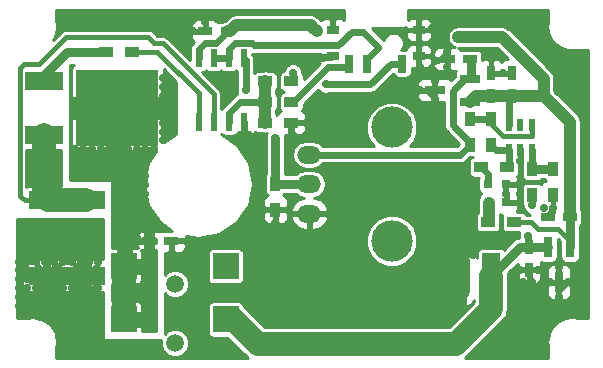
<source format=gbr>
G04 #@! TF.FileFunction,Copper,L1,Top,Signal*
%FSLAX46Y46*%
G04 Gerber Fmt 4.6, Leading zero omitted, Abs format (unit mm)*
G04 Created by KiCad (PCBNEW (2015-09-30 BZR 6232)-product) date Tue 06 Oct 2015 09:20:13 AM EEST*
%MOMM*%
G01*
G04 APERTURE LIST*
%ADD10C,0.100000*%
%ADD11R,0.797560X0.797560*%
%ADD12R,1.524000X4.000000*%
%ADD13O,1.524000X4.000000*%
%ADD14O,2.000000X1.500000*%
%ADD15C,3.500000*%
%ADD16R,1.200000X0.750000*%
%ADD17R,1.800860X0.800100*%
%ADD18R,0.750000X1.200000*%
%ADD19R,0.800100X1.800860*%
%ADD20R,3.200400X1.600200*%
%ADD21R,7.000240X6.499860*%
%ADD22R,2.200000X2.200000*%
%ADD23C,1.500000*%
%ADD24R,1.200000X0.900000*%
%ADD25R,0.900000X1.200000*%
%ADD26R,0.600000X1.550000*%
%ADD27R,3.175000X1.600200*%
%ADD28R,0.700000X1.500000*%
%ADD29R,1.000000X0.800000*%
%ADD30R,0.599440X1.000760*%
%ADD31C,0.700000*%
%ADD32C,0.400000*%
%ADD33C,0.600000*%
%ADD34C,1.000000*%
%ADD35C,0.800000*%
%ADD36C,0.250000*%
%ADD37C,2.000000*%
%ADD38C,0.254000*%
G04 APERTURE END LIST*
D10*
D11*
X150250700Y-85200000D03*
X151749300Y-85200000D03*
D12*
X150520000Y-93000000D03*
D13*
X147980000Y-93000000D03*
D14*
X135100000Y-82700000D03*
X135100000Y-85200000D03*
X135100000Y-87700000D03*
D15*
X142100000Y-80400000D03*
X142100000Y-90000000D03*
D16*
X148723662Y-74612874D03*
X146823662Y-74612874D03*
D17*
X148751140Y-78200000D03*
X148751140Y-76300000D03*
X145748860Y-77250000D03*
D18*
X150500000Y-77700000D03*
X150500000Y-75800000D03*
D16*
X157200000Y-88000000D03*
X155300000Y-88000000D03*
D18*
X153750000Y-90550000D03*
X153750000Y-92450000D03*
D19*
X157200000Y-90498860D03*
X155300000Y-90498860D03*
X156250000Y-93501140D03*
D20*
X112625800Y-76448760D03*
X112625800Y-81051240D03*
D21*
X118874200Y-78750000D03*
D22*
X128050000Y-96650000D03*
X128050000Y-92150000D03*
X119450000Y-92150000D03*
X119450000Y-96650000D03*
D23*
X123750000Y-98650000D03*
X123750000Y-93650000D03*
D11*
X150300700Y-86750000D03*
X151799300Y-86750000D03*
D24*
X131400000Y-80000000D03*
X133600000Y-80000000D03*
D25*
X132250000Y-85150000D03*
X132250000Y-87350000D03*
D24*
X131400000Y-78250000D03*
X133600000Y-78250000D03*
X120100000Y-74000000D03*
X117900000Y-74000000D03*
D16*
X128200000Y-72250000D03*
X126300000Y-72250000D03*
D24*
X152450000Y-88400000D03*
X150250000Y-88400000D03*
D26*
X125745000Y-79900000D03*
X127015000Y-79900000D03*
X128285000Y-79900000D03*
X129555000Y-79900000D03*
X129555000Y-74500000D03*
X128285000Y-74500000D03*
X127015000Y-74500000D03*
X125745000Y-74500000D03*
D16*
X121550000Y-90000000D03*
X123450000Y-90000000D03*
D27*
X116250000Y-86562300D03*
X116250000Y-92937700D03*
X113000000Y-86562300D03*
X113000000Y-92937700D03*
D24*
X131400000Y-76500000D03*
X133600000Y-76500000D03*
D25*
X154000000Y-86100000D03*
X154000000Y-83900000D03*
X155750000Y-83900000D03*
X155750000Y-86100000D03*
X148750000Y-81850000D03*
X148750000Y-79650000D03*
X150500000Y-79650000D03*
X150500000Y-81850000D03*
D24*
X151850000Y-83750000D03*
X149650000Y-83750000D03*
D28*
X143000000Y-75000000D03*
X140000000Y-75000000D03*
X138500000Y-75000000D03*
D29*
X144400000Y-72150000D03*
X137100000Y-72150000D03*
X137100000Y-74350000D03*
X144400000Y-74350000D03*
D30*
X152047500Y-82306640D03*
X153952500Y-82306640D03*
X153000000Y-82306640D03*
X153952500Y-80193360D03*
X152047500Y-80193360D03*
X153000000Y-80193360D03*
D18*
X152250000Y-77700000D03*
X152250000Y-75800000D03*
D31*
X135750000Y-72250010D03*
X147750000Y-72750000D03*
X154950000Y-77700000D03*
X153000000Y-83250008D03*
X125250000Y-72250000D03*
X126250000Y-71500000D03*
X146769477Y-74019477D03*
X145753704Y-74763719D03*
X145500000Y-72000000D03*
X124750000Y-90000000D03*
X128250000Y-76250000D03*
X136241549Y-74500382D03*
X145750000Y-96000000D03*
X145750000Y-95000000D03*
X145750000Y-94000000D03*
X145750000Y-93000000D03*
X145750000Y-92000000D03*
X145750000Y-91000000D03*
X145750000Y-90000000D03*
X146750000Y-90000000D03*
X146750000Y-96000000D03*
X148000000Y-95500000D03*
X146750000Y-95000000D03*
X146750000Y-94000000D03*
X149000000Y-91000000D03*
X148000000Y-90500000D03*
X146750000Y-91000000D03*
X146750000Y-92000000D03*
X146750000Y-93000000D03*
X117250000Y-95500000D03*
X116500000Y-95500000D03*
X115750000Y-95500000D03*
X115000000Y-95500000D03*
X114250000Y-95500000D03*
X113500000Y-95500000D03*
X112750000Y-95500000D03*
X112000000Y-95500000D03*
X111250000Y-95500000D03*
X110500000Y-95500000D03*
X110500000Y-94750000D03*
X111250000Y-94750000D03*
X112000000Y-94750000D03*
X112750000Y-94750000D03*
X113500000Y-94750000D03*
X114250000Y-94750000D03*
X115000000Y-94750000D03*
X115750000Y-94750000D03*
X116500000Y-94750000D03*
X117250000Y-94750000D03*
X144500000Y-75250000D03*
X132250000Y-88500000D03*
X117250000Y-94000000D03*
X116500000Y-94000000D03*
X115750000Y-94000000D03*
X115000000Y-94000000D03*
X114250000Y-94000000D03*
X113500000Y-94000000D03*
X112750000Y-94000000D03*
X112000000Y-94000000D03*
X110500000Y-94000000D03*
X111250000Y-94000000D03*
X111250000Y-93250000D03*
X110500000Y-93250000D03*
X111227302Y-92477302D03*
X110500000Y-92500000D03*
X117250000Y-91750000D03*
X116500000Y-91750000D03*
X115750000Y-91750000D03*
X115000000Y-91750000D03*
X114250000Y-91750000D03*
X113500000Y-91750000D03*
X112750000Y-91750000D03*
X112000000Y-91750000D03*
X111250000Y-91750000D03*
X110500000Y-91750000D03*
X132500000Y-75000000D03*
X151500000Y-75750000D03*
X146750000Y-75250000D03*
X145750000Y-78000000D03*
X144500000Y-77250000D03*
X145750000Y-76500000D03*
X156250000Y-92250000D03*
X157000000Y-93500000D03*
X156250000Y-94750000D03*
X155500000Y-93500000D03*
X154500000Y-92500000D03*
X154000000Y-93500000D03*
X153250000Y-93500000D03*
X153000000Y-92500000D03*
X151750000Y-86000000D03*
X155000000Y-87250000D03*
X155750000Y-87250000D03*
X133750000Y-81000000D03*
X130000000Y-81000000D03*
X129250000Y-81000000D03*
X153635174Y-89575137D03*
X154000000Y-87000000D03*
X122750000Y-76250000D03*
X123500000Y-77000000D03*
X122750000Y-77000000D03*
X122750000Y-77750000D03*
X123500000Y-77750000D03*
X123500000Y-78500000D03*
X122750000Y-78500000D03*
X122750000Y-79250000D03*
X123500000Y-79250000D03*
X123500000Y-80000000D03*
X122750000Y-80000000D03*
X122750000Y-80750000D03*
X123500000Y-80750000D03*
X122750000Y-81500000D03*
X122000000Y-82250000D03*
X119000000Y-82250000D03*
X118250000Y-82250000D03*
X117500000Y-82250000D03*
X116750000Y-82250000D03*
X116000000Y-82250000D03*
X115250000Y-82250000D03*
X115250000Y-83000000D03*
X116000000Y-83000000D03*
X116750000Y-83000000D03*
X117500000Y-83000000D03*
X118250000Y-83000000D03*
X119000000Y-83000000D03*
X119000000Y-83750000D03*
X118250000Y-83750000D03*
X117500000Y-83750000D03*
X116750000Y-83750000D03*
X116000000Y-83750000D03*
X115250000Y-83750000D03*
X119750000Y-82250000D03*
X119750000Y-83000000D03*
X119750000Y-83750000D03*
X120500000Y-83750000D03*
X120500000Y-83000000D03*
X120500000Y-82250000D03*
X121250000Y-82250000D03*
X121250000Y-83000000D03*
X121250000Y-83750000D03*
X120500000Y-89750000D03*
X119750000Y-89750000D03*
X119000000Y-89750000D03*
X121250000Y-89000000D03*
X120500000Y-89000000D03*
X119750000Y-89000000D03*
X119000000Y-89000000D03*
X119000000Y-88250000D03*
X119750000Y-88250000D03*
X120500000Y-88250000D03*
X121250000Y-88250000D03*
X121250000Y-87500000D03*
X120500000Y-87500000D03*
X119750000Y-87500000D03*
X119000000Y-87500000D03*
X119000000Y-86750000D03*
X119750000Y-86750000D03*
X120500000Y-86750000D03*
X121250000Y-86750000D03*
X121250000Y-86000000D03*
X120500000Y-86000000D03*
X119750000Y-86000000D03*
X119000000Y-86000000D03*
X119000000Y-85250000D03*
X119750000Y-85250000D03*
X120500000Y-85250000D03*
X121250000Y-85250000D03*
X121250000Y-84500000D03*
X120500000Y-84500000D03*
X119750000Y-84500000D03*
X119000000Y-84500000D03*
X118250000Y-84500000D03*
X117500000Y-84500000D03*
X116750000Y-84500000D03*
X115999079Y-84500000D03*
X115250000Y-84500000D03*
X132250000Y-81249990D03*
X129750000Y-77250000D03*
X133750000Y-75750000D03*
X136499982Y-76750000D03*
D32*
X152450000Y-88400000D02*
X153900000Y-88400000D01*
X153900000Y-88400000D02*
X154500000Y-89000000D01*
X157200000Y-89998480D02*
X157200000Y-90498860D01*
X154500000Y-89000000D02*
X156201520Y-89000000D01*
X156201520Y-89000000D02*
X157200000Y-89998480D01*
D33*
X125745000Y-74500000D02*
X125750000Y-74495000D01*
X125750000Y-74495000D02*
X125750000Y-73789998D01*
X125750000Y-73789998D02*
X126314999Y-73224999D01*
X126314999Y-73224999D02*
X127225001Y-73224999D01*
X127225001Y-73224999D02*
X128200000Y-72250000D01*
D34*
X128200000Y-72250000D02*
X128425000Y-72250000D01*
X128425000Y-72250000D02*
X128925000Y-71750000D01*
X128925000Y-71750000D02*
X135249990Y-71750000D01*
X135249990Y-71750000D02*
X135450001Y-71950011D01*
X135450001Y-71950011D02*
X135750000Y-72250010D01*
X151435002Y-72750000D02*
X147750000Y-72750000D01*
X154950000Y-77700000D02*
X154950000Y-76264998D01*
X154950000Y-76264998D02*
X151435002Y-72750000D01*
X157200000Y-88000000D02*
X157200000Y-79950000D01*
X157200000Y-79950000D02*
X154950000Y-77700000D01*
X154950000Y-77700000D02*
X152250000Y-77700000D01*
X150500000Y-77700000D02*
X149251140Y-77700000D01*
X149251140Y-77700000D02*
X148751140Y-78200000D01*
X152250000Y-77700000D02*
X150500000Y-77700000D01*
D33*
X152047500Y-80193360D02*
X152047500Y-77902500D01*
X152047500Y-77902500D02*
X152250000Y-77700000D01*
D35*
X157200000Y-90498860D02*
X157200000Y-88000000D01*
D33*
X152450000Y-88400000D02*
X152400000Y-88400000D01*
D32*
X153000000Y-82306640D02*
X153000000Y-83250008D01*
D36*
X126300000Y-72250000D02*
X125250000Y-72250000D01*
X126300000Y-72250000D02*
X126300000Y-71550000D01*
X126300000Y-71550000D02*
X126250000Y-71500000D01*
D32*
X144400000Y-72150000D02*
X145350000Y-72150000D01*
X146769477Y-74019477D02*
X146025235Y-74763719D01*
X146025235Y-74763719D02*
X145753704Y-74763719D01*
X145350000Y-72150000D02*
X145500000Y-72000000D01*
X123450000Y-90000000D02*
X124750000Y-90000000D01*
X136949618Y-74500382D02*
X136665813Y-74500382D01*
X136665813Y-74500382D02*
X136241549Y-74500382D01*
X137100000Y-74350000D02*
X136949618Y-74500382D01*
D34*
X145750000Y-95000000D02*
X145750000Y-96000000D01*
X145750000Y-93000000D02*
X145750000Y-94000000D01*
X145750000Y-91000000D02*
X145750000Y-92000000D01*
X146750000Y-90000000D02*
X145750000Y-90000000D01*
X146750000Y-93000000D02*
X146750000Y-92000000D01*
X146750000Y-94000000D02*
X146750000Y-93000000D01*
X146750000Y-95000000D02*
X147500000Y-95000000D01*
X147500000Y-95000000D02*
X148000000Y-95500000D01*
X146750000Y-91000000D02*
X147500000Y-91000000D01*
X147500000Y-91000000D02*
X148000000Y-90500000D01*
X148000000Y-90500000D02*
X148000000Y-92980000D01*
X148000000Y-92980000D02*
X147980000Y-93000000D01*
X148000000Y-95500000D02*
X148000000Y-93020000D01*
X148000000Y-93020000D02*
X147980000Y-93000000D01*
X146750000Y-94000000D02*
X146980000Y-94000000D01*
X146980000Y-94000000D02*
X147980000Y-93000000D01*
X146750000Y-92000000D02*
X146980000Y-92000000D01*
X146980000Y-92000000D02*
X147980000Y-93000000D01*
X146750000Y-95000000D02*
X146750000Y-96000000D01*
X146750000Y-94000000D02*
X146750000Y-95000000D01*
X148000000Y-90500000D02*
X148500000Y-90500000D01*
X148500000Y-90500000D02*
X149000000Y-91000000D01*
X146750000Y-92000000D02*
X146750000Y-91000000D01*
X147980000Y-93000000D02*
X146750000Y-93000000D01*
D32*
X115750000Y-95500000D02*
X116500000Y-95500000D01*
X114250000Y-95500000D02*
X115000000Y-95500000D01*
X112750000Y-95500000D02*
X113500000Y-95500000D01*
X111250000Y-95500000D02*
X112000000Y-95500000D01*
X110500000Y-94750000D02*
X110500000Y-95500000D01*
X112000000Y-94750000D02*
X111250000Y-94750000D01*
X113500000Y-94750000D02*
X112750000Y-94750000D01*
X115000000Y-94750000D02*
X114250000Y-94750000D01*
X116500000Y-94750000D02*
X115750000Y-94750000D01*
X117250000Y-94000000D02*
X117250000Y-94750000D01*
X144400000Y-74350000D02*
X144400000Y-75150000D01*
X144400000Y-75150000D02*
X144500000Y-75250000D01*
X132250000Y-87350000D02*
X132250000Y-88500000D01*
X114250000Y-94000000D02*
X114062300Y-94000000D01*
X114062300Y-94000000D02*
X113000000Y-92937700D01*
X115000000Y-94000000D02*
X115187700Y-94000000D01*
X115187700Y-94000000D02*
X116250000Y-92937700D01*
X115750000Y-94000000D02*
X115750000Y-93437700D01*
X115750000Y-93437700D02*
X116250000Y-92937700D01*
X116500000Y-94000000D02*
X116500000Y-93187700D01*
X116500000Y-93187700D02*
X116250000Y-92937700D01*
X117250000Y-94000000D02*
X117250000Y-93937700D01*
X117250000Y-93937700D02*
X116250000Y-92937700D01*
X117250000Y-91750000D02*
X117250000Y-91937700D01*
X117250000Y-91937700D02*
X116250000Y-92937700D01*
X116500000Y-91750000D02*
X116500000Y-92687700D01*
X116500000Y-92687700D02*
X116250000Y-92937700D01*
X115750000Y-91750000D02*
X115750000Y-92437700D01*
X115750000Y-92437700D02*
X116250000Y-92937700D01*
X115000000Y-91750000D02*
X115062300Y-91750000D01*
X115062300Y-91750000D02*
X116250000Y-92937700D01*
X114250000Y-91750000D02*
X114187700Y-91750000D01*
X114187700Y-91750000D02*
X113000000Y-92937700D01*
X113500000Y-91750000D02*
X113500000Y-92437700D01*
X113500000Y-92437700D02*
X113000000Y-92937700D01*
X112750000Y-91750000D02*
X112750000Y-92687700D01*
X112750000Y-92687700D02*
X113000000Y-92937700D01*
X112000000Y-91750000D02*
X112000000Y-91937700D01*
X112000000Y-91937700D02*
X113000000Y-92937700D01*
X111250000Y-93250000D02*
X112687700Y-93250000D01*
X112687700Y-93250000D02*
X113000000Y-92937700D01*
X112000000Y-94000000D02*
X112000000Y-93937700D01*
X112000000Y-93937700D02*
X113000000Y-92937700D01*
X112750000Y-94000000D02*
X112750000Y-93187700D01*
X112750000Y-93187700D02*
X113000000Y-92937700D01*
X113500000Y-94000000D02*
X113500000Y-93437700D01*
X113500000Y-93437700D02*
X113000000Y-92937700D01*
X116500000Y-94000000D02*
X117250000Y-94000000D01*
X115000000Y-94000000D02*
X115750000Y-94000000D01*
X113500000Y-94000000D02*
X114250000Y-94000000D01*
X112000000Y-94000000D02*
X112750000Y-94000000D01*
X111250000Y-94000000D02*
X110500000Y-94000000D01*
X110500000Y-93250000D02*
X111250000Y-93250000D01*
X111687700Y-92937700D02*
X111227302Y-92477302D01*
X111227302Y-92477302D02*
X110500000Y-91750000D01*
X110500000Y-91750000D02*
X110500000Y-92500000D01*
X115750000Y-91750000D02*
X116500000Y-91750000D01*
X114250000Y-91750000D02*
X115000000Y-91750000D01*
X112750000Y-91750000D02*
X113500000Y-91750000D01*
X111250000Y-91750000D02*
X112000000Y-91750000D01*
X113000000Y-92937700D02*
X111687700Y-92937700D01*
X155750000Y-86100000D02*
X155750000Y-87550000D01*
X155750000Y-87550000D02*
X155300000Y-88000000D01*
X150500000Y-75800000D02*
X151450000Y-75800000D01*
X151450000Y-75800000D02*
X151500000Y-75750000D01*
X146823662Y-74612874D02*
X146823662Y-75176338D01*
X146823662Y-75176338D02*
X146750000Y-75250000D01*
X144500000Y-77250000D02*
X145000000Y-77250000D01*
X145000000Y-77250000D02*
X145750000Y-78000000D01*
X145748860Y-77250000D02*
X145748860Y-76501140D01*
X145748860Y-76501140D02*
X145750000Y-76500000D01*
X156250000Y-94750000D02*
X156250000Y-94250000D01*
X156250000Y-94250000D02*
X157000000Y-93500000D01*
X156250000Y-93501140D02*
X155501140Y-93501140D01*
X155501140Y-93501140D02*
X155500000Y-93500000D01*
X153250000Y-93500000D02*
X154000000Y-93500000D01*
X153750000Y-92450000D02*
X153050000Y-92450000D01*
X153050000Y-92450000D02*
X153000000Y-92500000D01*
X151749300Y-85200000D02*
X151749300Y-85999300D01*
X151749300Y-85999300D02*
X151750000Y-86000000D01*
X155300000Y-88000000D02*
X155300000Y-87700000D01*
X155300000Y-87700000D02*
X155750000Y-87250000D01*
D33*
X133600000Y-80000000D02*
X133600000Y-80850000D01*
X133600000Y-80850000D02*
X133750000Y-81000000D01*
X129555000Y-79900000D02*
X129555000Y-80695000D01*
X129555000Y-80695000D02*
X129250000Y-81000000D01*
D37*
X150520000Y-93000000D02*
X150520000Y-95730000D01*
X150520000Y-95730000D02*
X147500000Y-98750000D01*
X147500000Y-98750000D02*
X130750000Y-98750000D01*
X130750000Y-98750000D02*
X128650000Y-96650000D01*
X128650000Y-96650000D02*
X128050000Y-96650000D01*
D33*
X153635174Y-89575137D02*
X153635174Y-90435174D01*
X153635174Y-90435174D02*
X153750000Y-90550000D01*
X154000000Y-86100000D02*
X154000000Y-87000000D01*
D35*
X153750000Y-90550000D02*
X155248860Y-90550000D01*
X155248860Y-90550000D02*
X155300000Y-90498860D01*
X153750000Y-90550000D02*
X152970000Y-90550000D01*
X152970000Y-90550000D02*
X150520000Y-93000000D01*
X112625800Y-75948760D02*
X114574560Y-74000000D01*
X114574560Y-74000000D02*
X117750000Y-74000000D01*
D32*
X125745000Y-79900000D02*
X125745000Y-77495000D01*
X125745000Y-77495000D02*
X122250000Y-74000000D01*
X122250000Y-74000000D02*
X120250000Y-74000000D01*
D36*
X122750000Y-76250000D02*
X122750000Y-77000000D01*
D32*
X122750000Y-77750000D02*
X122750000Y-77000000D01*
X123500000Y-78500000D02*
X123500000Y-77750000D01*
X122750000Y-79250000D02*
X122750000Y-78500000D01*
X123500000Y-80000000D02*
X123500000Y-79250000D01*
X122750000Y-80750000D02*
X122750000Y-80000000D01*
X122750000Y-81500000D02*
X123500000Y-80750000D01*
X121250000Y-82250000D02*
X122000000Y-82250000D01*
X117500000Y-82250000D02*
X118250000Y-82250000D01*
X116000000Y-82250000D02*
X116750000Y-82250000D01*
X115250000Y-83000000D02*
X115250000Y-82250000D01*
X116750000Y-83000000D02*
X116000000Y-83000000D01*
X118250000Y-83000000D02*
X117500000Y-83000000D01*
X119000000Y-83750000D02*
X119000000Y-83000000D01*
X117500000Y-83750000D02*
X118250000Y-83750000D01*
X116000000Y-83750000D02*
X116750000Y-83750000D01*
X119750000Y-83000000D02*
X119750000Y-82250000D01*
X120500000Y-83750000D02*
X119750000Y-83750000D01*
X120500000Y-82250000D02*
X120500000Y-83000000D01*
X121250000Y-83000000D02*
X121250000Y-82250000D01*
X121250000Y-84500000D02*
X121250000Y-83750000D01*
X119750000Y-89750000D02*
X120500000Y-89750000D01*
X119000000Y-89000000D02*
X119000000Y-89750000D01*
X119750000Y-89000000D02*
X120500000Y-89000000D01*
X119000000Y-88250000D02*
X119000000Y-89000000D01*
X120500000Y-88250000D02*
X119750000Y-88250000D01*
X121250000Y-87500000D02*
X121250000Y-88250000D01*
X119750000Y-87500000D02*
X120500000Y-87500000D01*
X119000000Y-86750000D02*
X119000000Y-87500000D01*
X120500000Y-86750000D02*
X119750000Y-86750000D01*
X121250000Y-86000000D02*
X121250000Y-86750000D01*
X119750000Y-86000000D02*
X120500000Y-86000000D01*
X119000000Y-85250000D02*
X119000000Y-86000000D01*
X120500000Y-85250000D02*
X119750000Y-85250000D01*
X121250000Y-84500000D02*
X121250000Y-85250000D01*
X119750000Y-84500000D02*
X120500000Y-84500000D01*
X118250000Y-84500000D02*
X119000000Y-84500000D01*
X116750000Y-84500000D02*
X117500000Y-84500000D01*
X116274130Y-84500000D02*
X115999079Y-84500000D01*
X118874200Y-78250000D02*
X118874200Y-81899930D01*
X118874200Y-81899930D02*
X116274130Y-84500000D01*
D37*
X119450000Y-78825800D02*
X118874200Y-78250000D01*
X119450000Y-96650000D02*
X119450000Y-92150000D01*
D34*
X150300700Y-86800000D02*
X150300700Y-88299291D01*
X150300700Y-88299291D02*
X150250000Y-88349991D01*
D33*
X135100000Y-82700000D02*
X147900000Y-82700000D01*
X147900000Y-82700000D02*
X148750000Y-81850000D01*
X148751140Y-76300000D02*
X148250760Y-76300000D01*
X148250760Y-76300000D02*
X147250710Y-77300050D01*
X148750000Y-81700000D02*
X148750000Y-81850000D01*
X147250710Y-77300050D02*
X147250710Y-80200710D01*
X147250710Y-80200710D02*
X148750000Y-81700000D01*
D35*
X148773662Y-76112874D02*
X148773662Y-74662874D01*
X148773662Y-74662874D02*
X148723662Y-74612874D01*
X132250000Y-85150000D02*
X132250000Y-81249990D01*
X135100000Y-85200000D02*
X132300000Y-85200000D01*
X132300000Y-85200000D02*
X132250000Y-85150000D01*
D33*
X129750000Y-77250000D02*
X129750000Y-74695000D01*
X129750000Y-74695000D02*
X129555000Y-74500000D01*
D34*
X131400000Y-78250000D02*
X131400000Y-76500000D01*
X131400000Y-80000000D02*
X131400000Y-78250000D01*
D33*
X129229998Y-78250000D02*
X131400000Y-78250000D01*
X128285000Y-79900000D02*
X128285000Y-79194998D01*
X128285000Y-79194998D02*
X129229998Y-78250000D01*
X128285000Y-79900000D02*
X128285000Y-79365000D01*
X138500000Y-75000000D02*
X138199617Y-75300383D01*
X138199617Y-75300383D02*
X136699617Y-75300383D01*
X136699617Y-75300383D02*
X133750000Y-78250000D01*
X133750000Y-78250000D02*
X133600000Y-78250000D01*
D32*
X133600000Y-78250000D02*
X133450000Y-78250000D01*
D33*
X150250700Y-85200000D02*
X150250700Y-84350700D01*
X150250700Y-84350700D02*
X149650000Y-83750000D01*
X133750000Y-75750000D02*
X133750000Y-76350000D01*
X133750000Y-76350000D02*
X133600000Y-76500000D01*
X143000000Y-75000000D02*
X142050000Y-75000000D01*
X142050000Y-75000000D02*
X140300000Y-76750000D01*
X140300000Y-76750000D02*
X136924246Y-76750000D01*
X136924246Y-76750000D02*
X136499982Y-76750000D01*
D35*
X154000000Y-83900000D02*
X155750000Y-83900000D01*
D33*
X153952500Y-82306640D02*
X153952500Y-83852500D01*
X153952500Y-83852500D02*
X154000000Y-83900000D01*
D32*
X153952500Y-80193360D02*
X153952499Y-81093741D01*
X153952499Y-81093741D02*
X151513743Y-81093741D01*
X151513743Y-81093741D02*
X150500000Y-80079998D01*
X150500000Y-80079998D02*
X150500000Y-79650000D01*
D33*
X148750000Y-79650000D02*
X150500000Y-79650000D01*
X152047500Y-82306640D02*
X150956640Y-82306640D01*
X150956640Y-82306640D02*
X150500000Y-81850000D01*
X152047500Y-82306640D02*
X152047500Y-83697500D01*
X152047500Y-83697500D02*
X152100000Y-83750000D01*
X140000000Y-75000000D02*
X140000000Y-74600000D01*
X140000000Y-74600000D02*
X140950000Y-73650000D01*
X139706001Y-72299999D02*
X138700001Y-72299999D01*
X140950000Y-73650000D02*
X140950000Y-73543998D01*
X140950000Y-73543998D02*
X139706001Y-72299999D01*
X138700001Y-72299999D02*
X137550001Y-73449999D01*
X130480001Y-73449999D02*
X130255001Y-73224999D01*
X128854999Y-73224999D02*
X128285000Y-73794998D01*
X137550001Y-73449999D02*
X130480001Y-73449999D01*
X130255001Y-73224999D02*
X128854999Y-73224999D01*
X128285000Y-73794998D02*
X128285000Y-74500000D01*
X127015000Y-74500000D02*
X128285000Y-74500000D01*
D32*
X127015000Y-79900000D02*
X127015000Y-77565002D01*
X127015000Y-77565002D02*
X122699998Y-73250000D01*
X111012500Y-86562300D02*
X113000000Y-86562300D01*
X122699998Y-73250000D02*
X121997521Y-73250000D01*
X110625599Y-86175399D02*
X111012500Y-86562300D01*
X121997521Y-73250000D02*
X121497521Y-72750000D01*
X121497521Y-72750000D02*
X114500000Y-72750000D01*
X114500000Y-72750000D02*
X112250000Y-75000000D01*
X111000000Y-75000000D02*
X110625599Y-75374401D01*
X112250000Y-75000000D02*
X111000000Y-75000000D01*
X110625599Y-75374401D02*
X110625599Y-86175399D01*
D37*
X112625800Y-81051240D02*
X112625800Y-86188100D01*
X112625800Y-86188100D02*
X113000000Y-86562300D01*
X113000000Y-86562300D02*
X116250000Y-86562300D01*
D38*
G36*
X112898800Y-80778240D02*
X112918800Y-80778240D01*
X112918800Y-81324240D01*
X112898800Y-81324240D01*
X112898800Y-82171590D01*
X113005550Y-82278340D01*
X114123000Y-82278340D01*
X114123000Y-85335200D01*
X113379750Y-85335200D01*
X113273000Y-85441950D01*
X113273000Y-86289300D01*
X115977000Y-86289300D01*
X115977000Y-86269300D01*
X116523000Y-86269300D01*
X116523000Y-86289300D01*
X116543000Y-86289300D01*
X116543000Y-86835300D01*
X116523000Y-86835300D01*
X116523000Y-86855300D01*
X115977000Y-86855300D01*
X115977000Y-86835300D01*
X113273000Y-86835300D01*
X113273000Y-86855300D01*
X112727000Y-86855300D01*
X112727000Y-86835300D01*
X112707000Y-86835300D01*
X112707000Y-86289300D01*
X112727000Y-86289300D01*
X112727000Y-85441950D01*
X112620250Y-85335200D01*
X111327564Y-85335200D01*
X111170624Y-85400207D01*
X111127000Y-85443831D01*
X111127000Y-82278340D01*
X112246050Y-82278340D01*
X112352800Y-82171590D01*
X112352800Y-81324240D01*
X112332800Y-81324240D01*
X112332800Y-80778240D01*
X112352800Y-80778240D01*
X112352800Y-80758240D01*
X112898800Y-80758240D01*
X112898800Y-80778240D01*
X112898800Y-80778240D01*
G37*
X112898800Y-80778240D02*
X112918800Y-80778240D01*
X112918800Y-81324240D01*
X112898800Y-81324240D01*
X112898800Y-82171590D01*
X113005550Y-82278340D01*
X114123000Y-82278340D01*
X114123000Y-85335200D01*
X113379750Y-85335200D01*
X113273000Y-85441950D01*
X113273000Y-86289300D01*
X115977000Y-86289300D01*
X115977000Y-86269300D01*
X116523000Y-86269300D01*
X116523000Y-86289300D01*
X116543000Y-86289300D01*
X116543000Y-86835300D01*
X116523000Y-86835300D01*
X116523000Y-86855300D01*
X115977000Y-86855300D01*
X115977000Y-86835300D01*
X113273000Y-86835300D01*
X113273000Y-86855300D01*
X112727000Y-86855300D01*
X112727000Y-86835300D01*
X112707000Y-86835300D01*
X112707000Y-86289300D01*
X112727000Y-86289300D01*
X112727000Y-85441950D01*
X112620250Y-85335200D01*
X111327564Y-85335200D01*
X111170624Y-85400207D01*
X111127000Y-85443831D01*
X111127000Y-82278340D01*
X112246050Y-82278340D01*
X112352800Y-82171590D01*
X112352800Y-81324240D01*
X112332800Y-81324240D01*
X112332800Y-80778240D01*
X112352800Y-80778240D01*
X112352800Y-80758240D01*
X112898800Y-80758240D01*
X112898800Y-80778240D01*
G36*
X115132204Y-75138077D02*
X115012087Y-75258194D01*
X114947080Y-75415135D01*
X114947080Y-77770250D01*
X115053830Y-77877000D01*
X118001200Y-77877000D01*
X118001200Y-77857000D01*
X119747200Y-77857000D01*
X119747200Y-77877000D01*
X122694570Y-77877000D01*
X122801320Y-77770250D01*
X122801320Y-75438032D01*
X123873000Y-76509712D01*
X123873000Y-80951150D01*
X122801320Y-81667223D01*
X122801320Y-79729750D01*
X122694570Y-79623000D01*
X119747200Y-79623000D01*
X119747200Y-82320180D01*
X119853950Y-82426930D01*
X122101952Y-82426930D01*
X121451907Y-83399791D01*
X121099698Y-85170467D01*
X121451907Y-86941143D01*
X122454915Y-88442250D01*
X123473729Y-89123000D01*
X122250000Y-89123000D01*
X122230258Y-89126998D01*
X122150000Y-89126998D01*
X122150000Y-89175379D01*
X122135444Y-89198000D01*
X121956750Y-89198000D01*
X121850000Y-89304750D01*
X121850000Y-89812500D01*
X122123000Y-89812500D01*
X122123000Y-90187500D01*
X121850000Y-90187500D01*
X121850000Y-90695250D01*
X121956750Y-90802000D01*
X122123000Y-90802000D01*
X122123000Y-97623000D01*
X120977000Y-97623000D01*
X120977000Y-97306750D01*
X120870250Y-97200000D01*
X120000000Y-97200000D01*
X120000000Y-97543000D01*
X118900000Y-97543000D01*
X118900000Y-97200000D01*
X118557000Y-97200000D01*
X118557000Y-96100000D01*
X118900000Y-96100000D01*
X118900000Y-95229750D01*
X120000000Y-95229750D01*
X120000000Y-96100000D01*
X120870250Y-96100000D01*
X120977000Y-95993250D01*
X120977000Y-95465064D01*
X120911993Y-95308124D01*
X120791876Y-95188007D01*
X120634935Y-95123000D01*
X120106750Y-95123000D01*
X120000000Y-95229750D01*
X118900000Y-95229750D01*
X118793250Y-95123000D01*
X118377000Y-95123000D01*
X118377000Y-93677000D01*
X118793250Y-93677000D01*
X118900000Y-93570250D01*
X118900000Y-92700000D01*
X120000000Y-92700000D01*
X120000000Y-93570250D01*
X120106750Y-93677000D01*
X120634935Y-93677000D01*
X120791876Y-93611993D01*
X120911993Y-93491876D01*
X120977000Y-93334936D01*
X120977000Y-92806750D01*
X120870250Y-92700000D01*
X120000000Y-92700000D01*
X118900000Y-92700000D01*
X118557000Y-92700000D01*
X118557000Y-91600000D01*
X118900000Y-91600000D01*
X118900000Y-90729750D01*
X120000000Y-90729750D01*
X120000000Y-91600000D01*
X120870250Y-91600000D01*
X120977000Y-91493250D01*
X120977000Y-90965064D01*
X120911993Y-90808124D01*
X120905869Y-90802000D01*
X121143250Y-90802000D01*
X121250000Y-90695250D01*
X121250000Y-90187500D01*
X120629750Y-90187500D01*
X120523000Y-90294250D01*
X120523000Y-90459936D01*
X120588007Y-90616876D01*
X120594131Y-90623000D01*
X120106750Y-90623000D01*
X120000000Y-90729750D01*
X118900000Y-90729750D01*
X118793250Y-90623000D01*
X118377000Y-90623000D01*
X118377000Y-89540064D01*
X120523000Y-89540064D01*
X120523000Y-89705750D01*
X120629750Y-89812500D01*
X121250000Y-89812500D01*
X121250000Y-89304750D01*
X121143250Y-89198000D01*
X120865065Y-89198000D01*
X120708124Y-89263007D01*
X120588007Y-89383124D01*
X120523000Y-89540064D01*
X118377000Y-89540064D01*
X118377000Y-85000000D01*
X118366994Y-84950590D01*
X118338553Y-84908965D01*
X118296159Y-84881685D01*
X118250000Y-84873000D01*
X114877000Y-84873000D01*
X114877000Y-79729750D01*
X114947080Y-79729750D01*
X114947080Y-82084865D01*
X115012087Y-82241806D01*
X115132204Y-82361923D01*
X115289144Y-82426930D01*
X117894450Y-82426930D01*
X118001200Y-82320180D01*
X118001200Y-79623000D01*
X115053830Y-79623000D01*
X114947080Y-79729750D01*
X114877000Y-79729750D01*
X114877000Y-75127000D01*
X115158946Y-75127000D01*
X115132204Y-75138077D01*
X115132204Y-75138077D01*
G37*
X115132204Y-75138077D02*
X115012087Y-75258194D01*
X114947080Y-75415135D01*
X114947080Y-77770250D01*
X115053830Y-77877000D01*
X118001200Y-77877000D01*
X118001200Y-77857000D01*
X119747200Y-77857000D01*
X119747200Y-77877000D01*
X122694570Y-77877000D01*
X122801320Y-77770250D01*
X122801320Y-75438032D01*
X123873000Y-76509712D01*
X123873000Y-80951150D01*
X122801320Y-81667223D01*
X122801320Y-79729750D01*
X122694570Y-79623000D01*
X119747200Y-79623000D01*
X119747200Y-82320180D01*
X119853950Y-82426930D01*
X122101952Y-82426930D01*
X121451907Y-83399791D01*
X121099698Y-85170467D01*
X121451907Y-86941143D01*
X122454915Y-88442250D01*
X123473729Y-89123000D01*
X122250000Y-89123000D01*
X122230258Y-89126998D01*
X122150000Y-89126998D01*
X122150000Y-89175379D01*
X122135444Y-89198000D01*
X121956750Y-89198000D01*
X121850000Y-89304750D01*
X121850000Y-89812500D01*
X122123000Y-89812500D01*
X122123000Y-90187500D01*
X121850000Y-90187500D01*
X121850000Y-90695250D01*
X121956750Y-90802000D01*
X122123000Y-90802000D01*
X122123000Y-97623000D01*
X120977000Y-97623000D01*
X120977000Y-97306750D01*
X120870250Y-97200000D01*
X120000000Y-97200000D01*
X120000000Y-97543000D01*
X118900000Y-97543000D01*
X118900000Y-97200000D01*
X118557000Y-97200000D01*
X118557000Y-96100000D01*
X118900000Y-96100000D01*
X118900000Y-95229750D01*
X120000000Y-95229750D01*
X120000000Y-96100000D01*
X120870250Y-96100000D01*
X120977000Y-95993250D01*
X120977000Y-95465064D01*
X120911993Y-95308124D01*
X120791876Y-95188007D01*
X120634935Y-95123000D01*
X120106750Y-95123000D01*
X120000000Y-95229750D01*
X118900000Y-95229750D01*
X118793250Y-95123000D01*
X118377000Y-95123000D01*
X118377000Y-93677000D01*
X118793250Y-93677000D01*
X118900000Y-93570250D01*
X118900000Y-92700000D01*
X120000000Y-92700000D01*
X120000000Y-93570250D01*
X120106750Y-93677000D01*
X120634935Y-93677000D01*
X120791876Y-93611993D01*
X120911993Y-93491876D01*
X120977000Y-93334936D01*
X120977000Y-92806750D01*
X120870250Y-92700000D01*
X120000000Y-92700000D01*
X118900000Y-92700000D01*
X118557000Y-92700000D01*
X118557000Y-91600000D01*
X118900000Y-91600000D01*
X118900000Y-90729750D01*
X120000000Y-90729750D01*
X120000000Y-91600000D01*
X120870250Y-91600000D01*
X120977000Y-91493250D01*
X120977000Y-90965064D01*
X120911993Y-90808124D01*
X120905869Y-90802000D01*
X121143250Y-90802000D01*
X121250000Y-90695250D01*
X121250000Y-90187500D01*
X120629750Y-90187500D01*
X120523000Y-90294250D01*
X120523000Y-90459936D01*
X120588007Y-90616876D01*
X120594131Y-90623000D01*
X120106750Y-90623000D01*
X120000000Y-90729750D01*
X118900000Y-90729750D01*
X118793250Y-90623000D01*
X118377000Y-90623000D01*
X118377000Y-89540064D01*
X120523000Y-89540064D01*
X120523000Y-89705750D01*
X120629750Y-89812500D01*
X121250000Y-89812500D01*
X121250000Y-89304750D01*
X121143250Y-89198000D01*
X120865065Y-89198000D01*
X120708124Y-89263007D01*
X120588007Y-89383124D01*
X120523000Y-89540064D01*
X118377000Y-89540064D01*
X118377000Y-85000000D01*
X118366994Y-84950590D01*
X118338553Y-84908965D01*
X118296159Y-84881685D01*
X118250000Y-84873000D01*
X114877000Y-84873000D01*
X114877000Y-79729750D01*
X114947080Y-79729750D01*
X114947080Y-82084865D01*
X115012087Y-82241806D01*
X115132204Y-82361923D01*
X115289144Y-82426930D01*
X117894450Y-82426930D01*
X118001200Y-82320180D01*
X118001200Y-79623000D01*
X115053830Y-79623000D01*
X114947080Y-79729750D01*
X114877000Y-79729750D01*
X114877000Y-75127000D01*
X115158946Y-75127000D01*
X115132204Y-75138077D01*
G36*
X155349698Y-71293251D02*
X155289266Y-71597063D01*
X155289266Y-71670731D01*
X155283170Y-71744142D01*
X155352767Y-72354723D01*
X155352767Y-72354724D01*
X155358570Y-72372849D01*
X155409515Y-72531977D01*
X155409518Y-72531980D01*
X155707473Y-73069443D01*
X155707474Y-73069445D01*
X155827735Y-73211489D01*
X156308693Y-73594023D01*
X156308694Y-73594024D01*
X156332797Y-73606436D01*
X156474158Y-73679234D01*
X156474164Y-73679235D01*
X157064894Y-73848592D01*
X157064895Y-73848593D01*
X157069026Y-73848936D01*
X157250374Y-73863996D01*
X157250379Y-73863994D01*
X157834029Y-73797467D01*
X158699698Y-73797467D01*
X158699698Y-96543467D01*
X157853914Y-96543467D01*
X157550102Y-96483035D01*
X157476434Y-96483035D01*
X157403023Y-96476939D01*
X156792442Y-96546536D01*
X156792441Y-96546536D01*
X156768319Y-96554259D01*
X156615188Y-96603284D01*
X156615185Y-96603287D01*
X156077722Y-96901242D01*
X156077720Y-96901243D01*
X155935676Y-97021504D01*
X155553142Y-97502462D01*
X155467932Y-97667926D01*
X155467932Y-97667928D01*
X155298575Y-98258658D01*
X155298572Y-98258664D01*
X155290231Y-98359105D01*
X155283169Y-98444143D01*
X155283171Y-98444148D01*
X155349698Y-99027798D01*
X155349698Y-99893467D01*
X148307859Y-99893467D01*
X148509041Y-99759041D01*
X151529041Y-96739041D01*
X151838376Y-96276089D01*
X151872624Y-96103911D01*
X151947000Y-95730000D01*
X151947000Y-93780890D01*
X155222950Y-93780890D01*
X155222950Y-94526288D01*
X155318405Y-94756737D01*
X155494783Y-94933115D01*
X155725232Y-95028570D01*
X155970250Y-95028570D01*
X156127000Y-94871820D01*
X156127000Y-93624140D01*
X156373000Y-93624140D01*
X156373000Y-94871820D01*
X156529750Y-95028570D01*
X156774768Y-95028570D01*
X157005217Y-94933115D01*
X157181595Y-94756737D01*
X157277050Y-94526288D01*
X157277050Y-93780890D01*
X157120300Y-93624140D01*
X156373000Y-93624140D01*
X156127000Y-93624140D01*
X155379700Y-93624140D01*
X155222950Y-93780890D01*
X151947000Y-93780890D01*
X151947000Y-93000000D01*
X151904287Y-92785267D01*
X151959804Y-92729750D01*
X152748000Y-92729750D01*
X152748000Y-93174718D01*
X152843455Y-93405167D01*
X153019833Y-93581545D01*
X153250282Y-93677000D01*
X153470250Y-93677000D01*
X153627000Y-93520250D01*
X153627000Y-92573000D01*
X153873000Y-92573000D01*
X153873000Y-93520250D01*
X154029750Y-93677000D01*
X154249718Y-93677000D01*
X154480167Y-93581545D01*
X154656545Y-93405167D01*
X154752000Y-93174718D01*
X154752000Y-92729750D01*
X154595250Y-92573000D01*
X153873000Y-92573000D01*
X153627000Y-92573000D01*
X152904750Y-92573000D01*
X152748000Y-92729750D01*
X151959804Y-92729750D01*
X152213562Y-92475992D01*
X155222950Y-92475992D01*
X155222950Y-93221390D01*
X155379700Y-93378140D01*
X156127000Y-93378140D01*
X156127000Y-92130460D01*
X156373000Y-92130460D01*
X156373000Y-93378140D01*
X157120300Y-93378140D01*
X157277050Y-93221390D01*
X157277050Y-92475992D01*
X157181595Y-92245543D01*
X157005217Y-92069165D01*
X156774768Y-91973710D01*
X156529750Y-91973710D01*
X156373000Y-92130460D01*
X156127000Y-92130460D01*
X155970250Y-91973710D01*
X155725232Y-91973710D01*
X155494783Y-92069165D01*
X155318405Y-92245543D01*
X155222950Y-92475992D01*
X152213562Y-92475992D01*
X152748000Y-91941554D01*
X152748000Y-92170250D01*
X152904750Y-92327000D01*
X153627000Y-92327000D01*
X153627000Y-92307000D01*
X153873000Y-92307000D01*
X153873000Y-92327000D01*
X154595250Y-92327000D01*
X154752000Y-92170250D01*
X154752000Y-91804694D01*
X154899950Y-91834655D01*
X155700050Y-91834655D01*
X155858287Y-91804881D01*
X156003617Y-91711363D01*
X156101114Y-91568671D01*
X156135415Y-91399290D01*
X156135415Y-89820607D01*
X156364585Y-90049777D01*
X156364585Y-91399290D01*
X156394359Y-91557527D01*
X156487877Y-91702857D01*
X156630569Y-91800354D01*
X156799950Y-91834655D01*
X157600050Y-91834655D01*
X157758287Y-91804881D01*
X157903617Y-91711363D01*
X158001114Y-91568671D01*
X158035415Y-91399290D01*
X158035415Y-89598430D01*
X158027000Y-89553708D01*
X158027000Y-88736343D01*
X158103567Y-88687073D01*
X158201064Y-88544381D01*
X158235365Y-88375000D01*
X158235365Y-87625000D01*
X158205591Y-87466763D01*
X158127000Y-87344630D01*
X158127000Y-79950000D01*
X158117054Y-79900000D01*
X158056437Y-79595253D01*
X157855488Y-79294512D01*
X155877000Y-77316024D01*
X155877000Y-76264998D01*
X155862223Y-76190710D01*
X155806437Y-75910251D01*
X155605488Y-75609510D01*
X152090490Y-72094512D01*
X151981652Y-72021789D01*
X151789750Y-71893564D01*
X151435002Y-71823000D01*
X147750000Y-71823000D01*
X147395252Y-71893564D01*
X147094512Y-72094512D01*
X146893564Y-72395252D01*
X146823000Y-72750000D01*
X146893564Y-73104748D01*
X147094512Y-73405488D01*
X147395252Y-73606436D01*
X147417563Y-73610874D01*
X147103412Y-73610874D01*
X146946662Y-73767624D01*
X146946662Y-74489874D01*
X146966662Y-74489874D01*
X146966662Y-74735874D01*
X146946662Y-74735874D01*
X146946662Y-75458124D01*
X147103412Y-75614874D01*
X147528697Y-75614874D01*
X147449646Y-75730569D01*
X147415345Y-75899950D01*
X147415345Y-76107282D01*
X147104339Y-76418287D01*
X147004457Y-76318405D01*
X146774008Y-76222950D01*
X146028610Y-76222950D01*
X145871860Y-76379700D01*
X145871860Y-77127000D01*
X145891860Y-77127000D01*
X145891860Y-77373000D01*
X145871860Y-77373000D01*
X145871860Y-78120300D01*
X146028610Y-78277050D01*
X146523710Y-78277050D01*
X146523710Y-80200705D01*
X146523709Y-80200710D01*
X146564990Y-80408237D01*
X146579050Y-80478921D01*
X146698923Y-80658324D01*
X146736643Y-80714777D01*
X147796867Y-81775000D01*
X147598866Y-81973000D01*
X143605686Y-81973000D01*
X143944495Y-81634782D01*
X144276621Y-80834932D01*
X144277377Y-79968868D01*
X143946647Y-79168440D01*
X143334782Y-78555505D01*
X142534932Y-78223379D01*
X141668868Y-78222623D01*
X140868440Y-78553353D01*
X140255505Y-79165218D01*
X139923379Y-79965068D01*
X139922623Y-80831132D01*
X140253353Y-81631560D01*
X140594197Y-81973000D01*
X136280558Y-81973000D01*
X136210222Y-81867735D01*
X135828375Y-81612594D01*
X135377957Y-81523000D01*
X134822043Y-81523000D01*
X134371625Y-81612594D01*
X133989778Y-81867735D01*
X133734637Y-82249582D01*
X133645043Y-82700000D01*
X133734637Y-83150418D01*
X133989778Y-83532265D01*
X134371625Y-83787406D01*
X134822043Y-83877000D01*
X135377957Y-83877000D01*
X135828375Y-83787406D01*
X136210222Y-83532265D01*
X136280558Y-83427000D01*
X147899995Y-83427000D01*
X147900000Y-83427001D01*
X148132052Y-83380842D01*
X148178211Y-83371660D01*
X148414067Y-83214067D01*
X148742769Y-82885365D01*
X148939828Y-82885365D01*
X148891763Y-82894409D01*
X148746433Y-82987927D01*
X148648936Y-83130619D01*
X148614635Y-83300000D01*
X148614635Y-84200000D01*
X148644409Y-84358237D01*
X148737927Y-84503567D01*
X148880619Y-84601064D01*
X149050000Y-84635365D01*
X149450142Y-84635365D01*
X149416555Y-84801220D01*
X149416555Y-85598780D01*
X149446329Y-85757017D01*
X149539847Y-85902347D01*
X149671332Y-85992186D01*
X149598353Y-86039147D01*
X149500856Y-86181839D01*
X149466555Y-86351220D01*
X149466555Y-86411891D01*
X149444264Y-86445252D01*
X149373700Y-86800000D01*
X149373700Y-87620381D01*
X149346433Y-87637927D01*
X149248936Y-87780619D01*
X149214635Y-87950000D01*
X149214635Y-88850000D01*
X149244409Y-89008237D01*
X149337927Y-89153567D01*
X149480619Y-89251064D01*
X149650000Y-89285365D01*
X150850000Y-89285365D01*
X151008237Y-89255591D01*
X151153567Y-89162073D01*
X151251064Y-89019381D01*
X151285365Y-88850000D01*
X151285365Y-87950000D01*
X151255591Y-87791763D01*
X151234224Y-87758558D01*
X151275802Y-87775780D01*
X151452242Y-87775780D01*
X151448936Y-87780619D01*
X151414635Y-87950000D01*
X151414635Y-88850000D01*
X151444409Y-89008237D01*
X151537927Y-89153567D01*
X151680619Y-89251064D01*
X151850000Y-89285365D01*
X152914175Y-89285365D01*
X152858309Y-89419904D01*
X152858040Y-89729014D01*
X152864247Y-89744036D01*
X152697852Y-89777134D01*
X152653521Y-89785952D01*
X152385223Y-89965223D01*
X151617542Y-90732904D01*
X151594073Y-90696433D01*
X151451381Y-90598936D01*
X151282000Y-90564635D01*
X149758000Y-90564635D01*
X149599763Y-90594409D01*
X149454433Y-90687927D01*
X149356936Y-90830619D01*
X149322635Y-91000000D01*
X149322635Y-91480552D01*
X149216199Y-91116816D01*
X148875198Y-90692855D01*
X148397911Y-90431661D01*
X148317919Y-90414732D01*
X148103000Y-90535904D01*
X148103000Y-92877000D01*
X148123000Y-92877000D01*
X148123000Y-93123000D01*
X148103000Y-93123000D01*
X148103000Y-95464096D01*
X148317919Y-95585268D01*
X148397911Y-95568339D01*
X148875198Y-95307145D01*
X149093000Y-95036355D01*
X149093000Y-95138918D01*
X146908918Y-97323000D01*
X131341083Y-97323000D01*
X129659041Y-95640959D01*
X129585365Y-95591730D01*
X129585365Y-95550000D01*
X129555591Y-95391763D01*
X129462073Y-95246433D01*
X129319381Y-95148936D01*
X129150000Y-95114635D01*
X126950000Y-95114635D01*
X126791763Y-95144409D01*
X126646433Y-95237927D01*
X126548936Y-95380619D01*
X126514635Y-95550000D01*
X126514635Y-97750000D01*
X126544409Y-97908237D01*
X126637927Y-98053567D01*
X126780619Y-98151064D01*
X126950000Y-98185365D01*
X128167283Y-98185365D01*
X129740958Y-99759041D01*
X129942140Y-99893467D01*
X113703698Y-99893467D01*
X113703698Y-99047683D01*
X113764130Y-98743871D01*
X113764130Y-98670203D01*
X113770226Y-98596792D01*
X113700629Y-97986211D01*
X113686867Y-97943224D01*
X113675838Y-97908775D01*
X113643881Y-97808957D01*
X113643878Y-97808954D01*
X113345921Y-97271488D01*
X113225660Y-97129444D01*
X113225659Y-97129444D01*
X112744703Y-96746911D01*
X112744702Y-96746910D01*
X112659524Y-96703046D01*
X112579239Y-96661701D01*
X112579236Y-96661701D01*
X111988507Y-96492344D01*
X111988501Y-96492341D01*
X111888060Y-96484000D01*
X111803022Y-96476938D01*
X111803017Y-96476940D01*
X111219367Y-96543467D01*
X110353698Y-96543467D01*
X110353698Y-93217450D01*
X110785500Y-93217450D01*
X110785500Y-93862518D01*
X110880955Y-94092967D01*
X111057333Y-94269345D01*
X111287782Y-94364800D01*
X112720250Y-94364800D01*
X112877000Y-94208050D01*
X112877000Y-93060700D01*
X113123000Y-93060700D01*
X113123000Y-94208050D01*
X113279750Y-94364800D01*
X115970250Y-94364800D01*
X116127000Y-94208050D01*
X116127000Y-93060700D01*
X113123000Y-93060700D01*
X112877000Y-93060700D01*
X110942250Y-93060700D01*
X110785500Y-93217450D01*
X110353698Y-93217450D01*
X110353698Y-92012882D01*
X110785500Y-92012882D01*
X110785500Y-92657950D01*
X110942250Y-92814700D01*
X112877000Y-92814700D01*
X112877000Y-91667350D01*
X113123000Y-91667350D01*
X113123000Y-92814700D01*
X116127000Y-92814700D01*
X116127000Y-91667350D01*
X115970250Y-91510600D01*
X113279750Y-91510600D01*
X113123000Y-91667350D01*
X112877000Y-91667350D01*
X112720250Y-91510600D01*
X111287782Y-91510600D01*
X111057333Y-91606055D01*
X110880955Y-91782433D01*
X110785500Y-92012882D01*
X110353698Y-92012882D01*
X110353698Y-88127000D01*
X117623000Y-88127000D01*
X117623000Y-91510600D01*
X116529750Y-91510600D01*
X116373000Y-91667350D01*
X116373000Y-92814700D01*
X116393000Y-92814700D01*
X116393000Y-93060700D01*
X116373000Y-93060700D01*
X116373000Y-94208050D01*
X116529750Y-94364800D01*
X117623000Y-94364800D01*
X117623000Y-98250000D01*
X117633006Y-98299410D01*
X117661447Y-98341035D01*
X117703841Y-98368315D01*
X117750000Y-98377000D01*
X122588923Y-98377000D01*
X122573205Y-98414853D01*
X122572796Y-98883093D01*
X122751606Y-99315846D01*
X123082412Y-99647230D01*
X123514853Y-99826795D01*
X123983093Y-99827204D01*
X124415846Y-99648394D01*
X124747230Y-99317588D01*
X124926795Y-98885147D01*
X124927204Y-98416907D01*
X124748394Y-97984154D01*
X124417588Y-97652770D01*
X123985147Y-97473205D01*
X123516907Y-97472796D01*
X123084154Y-97651606D01*
X122877000Y-97858399D01*
X122877000Y-94441459D01*
X123082412Y-94647230D01*
X123514853Y-94826795D01*
X123983093Y-94827204D01*
X124415846Y-94648394D01*
X124747230Y-94317588D01*
X124926795Y-93885147D01*
X124927204Y-93416907D01*
X124748394Y-92984154D01*
X124417588Y-92652770D01*
X123985147Y-92473205D01*
X123516907Y-92472796D01*
X123084154Y-92651606D01*
X122877000Y-92858399D01*
X122877000Y-91050000D01*
X126514635Y-91050000D01*
X126514635Y-93250000D01*
X126544409Y-93408237D01*
X126637927Y-93553567D01*
X126780619Y-93651064D01*
X126950000Y-93685365D01*
X129150000Y-93685365D01*
X129308237Y-93655591D01*
X129453567Y-93562073D01*
X129551064Y-93419381D01*
X129585365Y-93250000D01*
X129585365Y-93123000D01*
X146591000Y-93123000D01*
X146591000Y-94361000D01*
X146743801Y-94883184D01*
X147084802Y-95307145D01*
X147562089Y-95568339D01*
X147642081Y-95585268D01*
X147857000Y-95464096D01*
X147857000Y-93123000D01*
X146591000Y-93123000D01*
X129585365Y-93123000D01*
X129585365Y-91050000D01*
X129555591Y-90891763D01*
X129462073Y-90746433D01*
X129319381Y-90648936D01*
X129150000Y-90614635D01*
X126950000Y-90614635D01*
X126791763Y-90644409D01*
X126646433Y-90737927D01*
X126548936Y-90880619D01*
X126514635Y-91050000D01*
X122877000Y-91050000D01*
X122877000Y-91002000D01*
X123170250Y-91002000D01*
X123327000Y-90845250D01*
X123327000Y-90123000D01*
X123573000Y-90123000D01*
X123573000Y-90845250D01*
X123729750Y-91002000D01*
X124174718Y-91002000D01*
X124405167Y-90906545D01*
X124581545Y-90730167D01*
X124677000Y-90499718D01*
X124677000Y-90431132D01*
X139922623Y-90431132D01*
X140253353Y-91231560D01*
X140865218Y-91844495D01*
X141665068Y-92176621D01*
X142531132Y-92177377D01*
X143331560Y-91846647D01*
X143539570Y-91639000D01*
X146591000Y-91639000D01*
X146591000Y-92877000D01*
X147857000Y-92877000D01*
X147857000Y-90535904D01*
X147642081Y-90414732D01*
X147562089Y-90431661D01*
X147084802Y-90692855D01*
X146743801Y-91116816D01*
X146591000Y-91639000D01*
X143539570Y-91639000D01*
X143944495Y-91234782D01*
X144276621Y-90434932D01*
X144277377Y-89568868D01*
X143946647Y-88768440D01*
X143334782Y-88155505D01*
X142534932Y-87823379D01*
X141668868Y-87822623D01*
X140868440Y-88153353D01*
X140255505Y-88765218D01*
X139923379Y-89565068D01*
X139922623Y-90431132D01*
X124677000Y-90431132D01*
X124677000Y-90279750D01*
X124520250Y-90123000D01*
X123573000Y-90123000D01*
X123327000Y-90123000D01*
X123307000Y-90123000D01*
X123307000Y-89877000D01*
X124520250Y-89877000D01*
X124525392Y-89871858D01*
X124549410Y-89866994D01*
X124591035Y-89838553D01*
X124618315Y-89796159D01*
X124622307Y-89774943D01*
X124677000Y-89720250D01*
X124677000Y-89588669D01*
X125726698Y-89797467D01*
X127497374Y-89445258D01*
X128998481Y-88442250D01*
X129541376Y-87629750D01*
X131173000Y-87629750D01*
X131173000Y-88074718D01*
X131268455Y-88305167D01*
X131444833Y-88481545D01*
X131675282Y-88577000D01*
X131970250Y-88577000D01*
X132127000Y-88420250D01*
X132127000Y-87473000D01*
X132373000Y-87473000D01*
X132373000Y-88420250D01*
X132529750Y-88577000D01*
X132824718Y-88577000D01*
X133055167Y-88481545D01*
X133231545Y-88305167D01*
X133327000Y-88074718D01*
X133327000Y-88036035D01*
X133514631Y-88036035D01*
X133530748Y-88113318D01*
X133789340Y-88586712D01*
X134209408Y-88925112D01*
X134727000Y-89077000D01*
X134977000Y-89077000D01*
X134977000Y-87823000D01*
X135223000Y-87823000D01*
X135223000Y-89077000D01*
X135473000Y-89077000D01*
X135990592Y-88925112D01*
X136410660Y-88586712D01*
X136669252Y-88113318D01*
X136685369Y-88036035D01*
X136564035Y-87823000D01*
X135223000Y-87823000D01*
X134977000Y-87823000D01*
X133635965Y-87823000D01*
X133514631Y-88036035D01*
X133327000Y-88036035D01*
X133327000Y-87629750D01*
X133170250Y-87473000D01*
X132373000Y-87473000D01*
X132127000Y-87473000D01*
X131329750Y-87473000D01*
X131173000Y-87629750D01*
X129541376Y-87629750D01*
X130001489Y-86941143D01*
X130353698Y-85170467D01*
X130001489Y-83399791D01*
X128998481Y-81898684D01*
X127623454Y-80979920D01*
X127649381Y-80941975D01*
X127672927Y-80978567D01*
X127815619Y-81076064D01*
X127985000Y-81110365D01*
X128585000Y-81110365D01*
X128743237Y-81080591D01*
X128761882Y-81068594D01*
X128899833Y-81206545D01*
X129130282Y-81302000D01*
X129275250Y-81302000D01*
X129432000Y-81145250D01*
X129432000Y-80023000D01*
X129412000Y-80023000D01*
X129412000Y-79777000D01*
X129432000Y-79777000D01*
X129432000Y-79757000D01*
X129678000Y-79757000D01*
X129678000Y-79777000D01*
X129698000Y-79777000D01*
X129698000Y-80023000D01*
X129678000Y-80023000D01*
X129678000Y-81145250D01*
X129834750Y-81302000D01*
X129979718Y-81302000D01*
X130210167Y-81206545D01*
X130386545Y-81030167D01*
X130482000Y-80799718D01*
X130482000Y-80744356D01*
X130487927Y-80753567D01*
X130630619Y-80851064D01*
X130800000Y-80885365D01*
X131190687Y-80885365D01*
X131400000Y-80927000D01*
X131504144Y-80906284D01*
X131485952Y-80933511D01*
X131423000Y-81249990D01*
X131423000Y-84345400D01*
X131398936Y-84380619D01*
X131364635Y-84550000D01*
X131364635Y-85750000D01*
X131394409Y-85908237D01*
X131487927Y-86053567D01*
X131621905Y-86145110D01*
X131444833Y-86218455D01*
X131268455Y-86394833D01*
X131173000Y-86625282D01*
X131173000Y-87070250D01*
X131329750Y-87227000D01*
X132127000Y-87227000D01*
X132127000Y-87207000D01*
X132373000Y-87207000D01*
X132373000Y-87227000D01*
X133170250Y-87227000D01*
X133327000Y-87070250D01*
X133327000Y-86625282D01*
X133231545Y-86394833D01*
X133055167Y-86218455D01*
X132875923Y-86144210D01*
X133003567Y-86062073D01*
X133027531Y-86027000D01*
X133986260Y-86027000D01*
X133989778Y-86032265D01*
X134371625Y-86287406D01*
X134655722Y-86343917D01*
X134209408Y-86474888D01*
X133789340Y-86813288D01*
X133530748Y-87286682D01*
X133514631Y-87363965D01*
X133635965Y-87577000D01*
X134977000Y-87577000D01*
X134977000Y-87557000D01*
X135223000Y-87557000D01*
X135223000Y-87577000D01*
X136564035Y-87577000D01*
X136685369Y-87363965D01*
X136669252Y-87286682D01*
X136410660Y-86813288D01*
X135990592Y-86474888D01*
X135544278Y-86343917D01*
X135828375Y-86287406D01*
X136210222Y-86032265D01*
X136465363Y-85650418D01*
X136554957Y-85200000D01*
X136465363Y-84749582D01*
X136210222Y-84367735D01*
X135828375Y-84112594D01*
X135377957Y-84023000D01*
X134822043Y-84023000D01*
X134371625Y-84112594D01*
X133989778Y-84367735D01*
X133986260Y-84373000D01*
X133093517Y-84373000D01*
X133077000Y-84347332D01*
X133077000Y-81249990D01*
X133042590Y-81077000D01*
X133320250Y-81077000D01*
X133477000Y-80920250D01*
X133477000Y-80123000D01*
X133723000Y-80123000D01*
X133723000Y-80920250D01*
X133879750Y-81077000D01*
X134324718Y-81077000D01*
X134555167Y-80981545D01*
X134731545Y-80805167D01*
X134827000Y-80574718D01*
X134827000Y-80279750D01*
X134670250Y-80123000D01*
X133723000Y-80123000D01*
X133477000Y-80123000D01*
X133457000Y-80123000D01*
X133457000Y-79877000D01*
X133477000Y-79877000D01*
X133477000Y-79857000D01*
X133723000Y-79857000D01*
X133723000Y-79877000D01*
X134670250Y-79877000D01*
X134827000Y-79720250D01*
X134827000Y-79425282D01*
X134731545Y-79194833D01*
X134555167Y-79018455D01*
X134511551Y-79000389D01*
X134601064Y-78869381D01*
X134635365Y-78700000D01*
X134635365Y-78392769D01*
X135498384Y-77529750D01*
X144221430Y-77529750D01*
X144221430Y-77774768D01*
X144316885Y-78005217D01*
X144493263Y-78181595D01*
X144723712Y-78277050D01*
X145469110Y-78277050D01*
X145625860Y-78120300D01*
X145625860Y-77373000D01*
X144378180Y-77373000D01*
X144221430Y-77529750D01*
X135498384Y-77529750D01*
X135840213Y-77187921D01*
X135840890Y-77189560D01*
X136059272Y-77408324D01*
X136344749Y-77526865D01*
X136653859Y-77527134D01*
X136775192Y-77477000D01*
X140299995Y-77477000D01*
X140300000Y-77477001D01*
X140532052Y-77430842D01*
X140578211Y-77421660D01*
X140814067Y-77264067D01*
X141352901Y-76725232D01*
X144221430Y-76725232D01*
X144221430Y-76970250D01*
X144378180Y-77127000D01*
X145625860Y-77127000D01*
X145625860Y-76379700D01*
X145469110Y-76222950D01*
X144723712Y-76222950D01*
X144493263Y-76318405D01*
X144316885Y-76494783D01*
X144221430Y-76725232D01*
X141352901Y-76725232D01*
X142232609Y-75845524D01*
X142244409Y-75908237D01*
X142337927Y-76053567D01*
X142480619Y-76151064D01*
X142650000Y-76185365D01*
X143350000Y-76185365D01*
X143508237Y-76155591D01*
X143653567Y-76062073D01*
X143751064Y-75919381D01*
X143785365Y-75750000D01*
X143785365Y-75377000D01*
X144120250Y-75377000D01*
X144277000Y-75220250D01*
X144277000Y-74473000D01*
X144523000Y-74473000D01*
X144523000Y-75220250D01*
X144679750Y-75377000D01*
X145024718Y-75377000D01*
X145255167Y-75281545D01*
X145431545Y-75105167D01*
X145519583Y-74892624D01*
X145596662Y-74892624D01*
X145596662Y-75112592D01*
X145692117Y-75343041D01*
X145868495Y-75519419D01*
X146098944Y-75614874D01*
X146543912Y-75614874D01*
X146700662Y-75458124D01*
X146700662Y-74735874D01*
X145753412Y-74735874D01*
X145596662Y-74892624D01*
X145519583Y-74892624D01*
X145527000Y-74874718D01*
X145527000Y-74629750D01*
X145370250Y-74473000D01*
X144523000Y-74473000D01*
X144277000Y-74473000D01*
X144257000Y-74473000D01*
X144257000Y-74227000D01*
X144277000Y-74227000D01*
X144277000Y-73479750D01*
X144523000Y-73479750D01*
X144523000Y-74227000D01*
X145370250Y-74227000D01*
X145484094Y-74113156D01*
X145596662Y-74113156D01*
X145596662Y-74333124D01*
X145753412Y-74489874D01*
X146700662Y-74489874D01*
X146700662Y-73767624D01*
X146543912Y-73610874D01*
X146098944Y-73610874D01*
X145868495Y-73706329D01*
X145692117Y-73882707D01*
X145596662Y-74113156D01*
X145484094Y-74113156D01*
X145527000Y-74070250D01*
X145527000Y-73825282D01*
X145431545Y-73594833D01*
X145255167Y-73418455D01*
X145024718Y-73323000D01*
X144679750Y-73323000D01*
X144523000Y-73479750D01*
X144277000Y-73479750D01*
X144120250Y-73323000D01*
X143775282Y-73323000D01*
X143544833Y-73418455D01*
X143368455Y-73594833D01*
X143277410Y-73814635D01*
X142925727Y-73814635D01*
X142993051Y-73747429D01*
X143126847Y-73425211D01*
X143127151Y-73076319D01*
X142993918Y-72753869D01*
X142747429Y-72506949D01*
X142561513Y-72429750D01*
X143273000Y-72429750D01*
X143273000Y-72674718D01*
X143368455Y-72905167D01*
X143544833Y-73081545D01*
X143775282Y-73177000D01*
X144120250Y-73177000D01*
X144277000Y-73020250D01*
X144277000Y-72273000D01*
X144523000Y-72273000D01*
X144523000Y-73020250D01*
X144679750Y-73177000D01*
X145024718Y-73177000D01*
X145255167Y-73081545D01*
X145431545Y-72905167D01*
X145527000Y-72674718D01*
X145527000Y-72429750D01*
X145370250Y-72273000D01*
X144523000Y-72273000D01*
X144277000Y-72273000D01*
X143429750Y-72273000D01*
X143273000Y-72429750D01*
X142561513Y-72429750D01*
X142425211Y-72373153D01*
X142076319Y-72372849D01*
X141753869Y-72506082D01*
X141506949Y-72752571D01*
X141412989Y-72978854D01*
X140411136Y-71977000D01*
X143000000Y-71977000D01*
X143182540Y-71940691D01*
X143278993Y-71876243D01*
X143429750Y-72027000D01*
X144277000Y-72027000D01*
X144277000Y-71279750D01*
X144523000Y-71279750D01*
X144523000Y-72027000D01*
X145370250Y-72027000D01*
X145527000Y-71870250D01*
X145527000Y-71625282D01*
X145431545Y-71394833D01*
X145255167Y-71218455D01*
X145024718Y-71123000D01*
X144679750Y-71123000D01*
X144523000Y-71279750D01*
X144277000Y-71279750D01*
X144120250Y-71123000D01*
X143775282Y-71123000D01*
X143544833Y-71218455D01*
X143477000Y-71286288D01*
X143477000Y-70447467D01*
X155349698Y-70447467D01*
X155349698Y-71293251D01*
X155349698Y-71293251D01*
G37*
X155349698Y-71293251D02*
X155289266Y-71597063D01*
X155289266Y-71670731D01*
X155283170Y-71744142D01*
X155352767Y-72354723D01*
X155352767Y-72354724D01*
X155358570Y-72372849D01*
X155409515Y-72531977D01*
X155409518Y-72531980D01*
X155707473Y-73069443D01*
X155707474Y-73069445D01*
X155827735Y-73211489D01*
X156308693Y-73594023D01*
X156308694Y-73594024D01*
X156332797Y-73606436D01*
X156474158Y-73679234D01*
X156474164Y-73679235D01*
X157064894Y-73848592D01*
X157064895Y-73848593D01*
X157069026Y-73848936D01*
X157250374Y-73863996D01*
X157250379Y-73863994D01*
X157834029Y-73797467D01*
X158699698Y-73797467D01*
X158699698Y-96543467D01*
X157853914Y-96543467D01*
X157550102Y-96483035D01*
X157476434Y-96483035D01*
X157403023Y-96476939D01*
X156792442Y-96546536D01*
X156792441Y-96546536D01*
X156768319Y-96554259D01*
X156615188Y-96603284D01*
X156615185Y-96603287D01*
X156077722Y-96901242D01*
X156077720Y-96901243D01*
X155935676Y-97021504D01*
X155553142Y-97502462D01*
X155467932Y-97667926D01*
X155467932Y-97667928D01*
X155298575Y-98258658D01*
X155298572Y-98258664D01*
X155290231Y-98359105D01*
X155283169Y-98444143D01*
X155283171Y-98444148D01*
X155349698Y-99027798D01*
X155349698Y-99893467D01*
X148307859Y-99893467D01*
X148509041Y-99759041D01*
X151529041Y-96739041D01*
X151838376Y-96276089D01*
X151872624Y-96103911D01*
X151947000Y-95730000D01*
X151947000Y-93780890D01*
X155222950Y-93780890D01*
X155222950Y-94526288D01*
X155318405Y-94756737D01*
X155494783Y-94933115D01*
X155725232Y-95028570D01*
X155970250Y-95028570D01*
X156127000Y-94871820D01*
X156127000Y-93624140D01*
X156373000Y-93624140D01*
X156373000Y-94871820D01*
X156529750Y-95028570D01*
X156774768Y-95028570D01*
X157005217Y-94933115D01*
X157181595Y-94756737D01*
X157277050Y-94526288D01*
X157277050Y-93780890D01*
X157120300Y-93624140D01*
X156373000Y-93624140D01*
X156127000Y-93624140D01*
X155379700Y-93624140D01*
X155222950Y-93780890D01*
X151947000Y-93780890D01*
X151947000Y-93000000D01*
X151904287Y-92785267D01*
X151959804Y-92729750D01*
X152748000Y-92729750D01*
X152748000Y-93174718D01*
X152843455Y-93405167D01*
X153019833Y-93581545D01*
X153250282Y-93677000D01*
X153470250Y-93677000D01*
X153627000Y-93520250D01*
X153627000Y-92573000D01*
X153873000Y-92573000D01*
X153873000Y-93520250D01*
X154029750Y-93677000D01*
X154249718Y-93677000D01*
X154480167Y-93581545D01*
X154656545Y-93405167D01*
X154752000Y-93174718D01*
X154752000Y-92729750D01*
X154595250Y-92573000D01*
X153873000Y-92573000D01*
X153627000Y-92573000D01*
X152904750Y-92573000D01*
X152748000Y-92729750D01*
X151959804Y-92729750D01*
X152213562Y-92475992D01*
X155222950Y-92475992D01*
X155222950Y-93221390D01*
X155379700Y-93378140D01*
X156127000Y-93378140D01*
X156127000Y-92130460D01*
X156373000Y-92130460D01*
X156373000Y-93378140D01*
X157120300Y-93378140D01*
X157277050Y-93221390D01*
X157277050Y-92475992D01*
X157181595Y-92245543D01*
X157005217Y-92069165D01*
X156774768Y-91973710D01*
X156529750Y-91973710D01*
X156373000Y-92130460D01*
X156127000Y-92130460D01*
X155970250Y-91973710D01*
X155725232Y-91973710D01*
X155494783Y-92069165D01*
X155318405Y-92245543D01*
X155222950Y-92475992D01*
X152213562Y-92475992D01*
X152748000Y-91941554D01*
X152748000Y-92170250D01*
X152904750Y-92327000D01*
X153627000Y-92327000D01*
X153627000Y-92307000D01*
X153873000Y-92307000D01*
X153873000Y-92327000D01*
X154595250Y-92327000D01*
X154752000Y-92170250D01*
X154752000Y-91804694D01*
X154899950Y-91834655D01*
X155700050Y-91834655D01*
X155858287Y-91804881D01*
X156003617Y-91711363D01*
X156101114Y-91568671D01*
X156135415Y-91399290D01*
X156135415Y-89820607D01*
X156364585Y-90049777D01*
X156364585Y-91399290D01*
X156394359Y-91557527D01*
X156487877Y-91702857D01*
X156630569Y-91800354D01*
X156799950Y-91834655D01*
X157600050Y-91834655D01*
X157758287Y-91804881D01*
X157903617Y-91711363D01*
X158001114Y-91568671D01*
X158035415Y-91399290D01*
X158035415Y-89598430D01*
X158027000Y-89553708D01*
X158027000Y-88736343D01*
X158103567Y-88687073D01*
X158201064Y-88544381D01*
X158235365Y-88375000D01*
X158235365Y-87625000D01*
X158205591Y-87466763D01*
X158127000Y-87344630D01*
X158127000Y-79950000D01*
X158117054Y-79900000D01*
X158056437Y-79595253D01*
X157855488Y-79294512D01*
X155877000Y-77316024D01*
X155877000Y-76264998D01*
X155862223Y-76190710D01*
X155806437Y-75910251D01*
X155605488Y-75609510D01*
X152090490Y-72094512D01*
X151981652Y-72021789D01*
X151789750Y-71893564D01*
X151435002Y-71823000D01*
X147750000Y-71823000D01*
X147395252Y-71893564D01*
X147094512Y-72094512D01*
X146893564Y-72395252D01*
X146823000Y-72750000D01*
X146893564Y-73104748D01*
X147094512Y-73405488D01*
X147395252Y-73606436D01*
X147417563Y-73610874D01*
X147103412Y-73610874D01*
X146946662Y-73767624D01*
X146946662Y-74489874D01*
X146966662Y-74489874D01*
X146966662Y-74735874D01*
X146946662Y-74735874D01*
X146946662Y-75458124D01*
X147103412Y-75614874D01*
X147528697Y-75614874D01*
X147449646Y-75730569D01*
X147415345Y-75899950D01*
X147415345Y-76107282D01*
X147104339Y-76418287D01*
X147004457Y-76318405D01*
X146774008Y-76222950D01*
X146028610Y-76222950D01*
X145871860Y-76379700D01*
X145871860Y-77127000D01*
X145891860Y-77127000D01*
X145891860Y-77373000D01*
X145871860Y-77373000D01*
X145871860Y-78120300D01*
X146028610Y-78277050D01*
X146523710Y-78277050D01*
X146523710Y-80200705D01*
X146523709Y-80200710D01*
X146564990Y-80408237D01*
X146579050Y-80478921D01*
X146698923Y-80658324D01*
X146736643Y-80714777D01*
X147796867Y-81775000D01*
X147598866Y-81973000D01*
X143605686Y-81973000D01*
X143944495Y-81634782D01*
X144276621Y-80834932D01*
X144277377Y-79968868D01*
X143946647Y-79168440D01*
X143334782Y-78555505D01*
X142534932Y-78223379D01*
X141668868Y-78222623D01*
X140868440Y-78553353D01*
X140255505Y-79165218D01*
X139923379Y-79965068D01*
X139922623Y-80831132D01*
X140253353Y-81631560D01*
X140594197Y-81973000D01*
X136280558Y-81973000D01*
X136210222Y-81867735D01*
X135828375Y-81612594D01*
X135377957Y-81523000D01*
X134822043Y-81523000D01*
X134371625Y-81612594D01*
X133989778Y-81867735D01*
X133734637Y-82249582D01*
X133645043Y-82700000D01*
X133734637Y-83150418D01*
X133989778Y-83532265D01*
X134371625Y-83787406D01*
X134822043Y-83877000D01*
X135377957Y-83877000D01*
X135828375Y-83787406D01*
X136210222Y-83532265D01*
X136280558Y-83427000D01*
X147899995Y-83427000D01*
X147900000Y-83427001D01*
X148132052Y-83380842D01*
X148178211Y-83371660D01*
X148414067Y-83214067D01*
X148742769Y-82885365D01*
X148939828Y-82885365D01*
X148891763Y-82894409D01*
X148746433Y-82987927D01*
X148648936Y-83130619D01*
X148614635Y-83300000D01*
X148614635Y-84200000D01*
X148644409Y-84358237D01*
X148737927Y-84503567D01*
X148880619Y-84601064D01*
X149050000Y-84635365D01*
X149450142Y-84635365D01*
X149416555Y-84801220D01*
X149416555Y-85598780D01*
X149446329Y-85757017D01*
X149539847Y-85902347D01*
X149671332Y-85992186D01*
X149598353Y-86039147D01*
X149500856Y-86181839D01*
X149466555Y-86351220D01*
X149466555Y-86411891D01*
X149444264Y-86445252D01*
X149373700Y-86800000D01*
X149373700Y-87620381D01*
X149346433Y-87637927D01*
X149248936Y-87780619D01*
X149214635Y-87950000D01*
X149214635Y-88850000D01*
X149244409Y-89008237D01*
X149337927Y-89153567D01*
X149480619Y-89251064D01*
X149650000Y-89285365D01*
X150850000Y-89285365D01*
X151008237Y-89255591D01*
X151153567Y-89162073D01*
X151251064Y-89019381D01*
X151285365Y-88850000D01*
X151285365Y-87950000D01*
X151255591Y-87791763D01*
X151234224Y-87758558D01*
X151275802Y-87775780D01*
X151452242Y-87775780D01*
X151448936Y-87780619D01*
X151414635Y-87950000D01*
X151414635Y-88850000D01*
X151444409Y-89008237D01*
X151537927Y-89153567D01*
X151680619Y-89251064D01*
X151850000Y-89285365D01*
X152914175Y-89285365D01*
X152858309Y-89419904D01*
X152858040Y-89729014D01*
X152864247Y-89744036D01*
X152697852Y-89777134D01*
X152653521Y-89785952D01*
X152385223Y-89965223D01*
X151617542Y-90732904D01*
X151594073Y-90696433D01*
X151451381Y-90598936D01*
X151282000Y-90564635D01*
X149758000Y-90564635D01*
X149599763Y-90594409D01*
X149454433Y-90687927D01*
X149356936Y-90830619D01*
X149322635Y-91000000D01*
X149322635Y-91480552D01*
X149216199Y-91116816D01*
X148875198Y-90692855D01*
X148397911Y-90431661D01*
X148317919Y-90414732D01*
X148103000Y-90535904D01*
X148103000Y-92877000D01*
X148123000Y-92877000D01*
X148123000Y-93123000D01*
X148103000Y-93123000D01*
X148103000Y-95464096D01*
X148317919Y-95585268D01*
X148397911Y-95568339D01*
X148875198Y-95307145D01*
X149093000Y-95036355D01*
X149093000Y-95138918D01*
X146908918Y-97323000D01*
X131341083Y-97323000D01*
X129659041Y-95640959D01*
X129585365Y-95591730D01*
X129585365Y-95550000D01*
X129555591Y-95391763D01*
X129462073Y-95246433D01*
X129319381Y-95148936D01*
X129150000Y-95114635D01*
X126950000Y-95114635D01*
X126791763Y-95144409D01*
X126646433Y-95237927D01*
X126548936Y-95380619D01*
X126514635Y-95550000D01*
X126514635Y-97750000D01*
X126544409Y-97908237D01*
X126637927Y-98053567D01*
X126780619Y-98151064D01*
X126950000Y-98185365D01*
X128167283Y-98185365D01*
X129740958Y-99759041D01*
X129942140Y-99893467D01*
X113703698Y-99893467D01*
X113703698Y-99047683D01*
X113764130Y-98743871D01*
X113764130Y-98670203D01*
X113770226Y-98596792D01*
X113700629Y-97986211D01*
X113686867Y-97943224D01*
X113675838Y-97908775D01*
X113643881Y-97808957D01*
X113643878Y-97808954D01*
X113345921Y-97271488D01*
X113225660Y-97129444D01*
X113225659Y-97129444D01*
X112744703Y-96746911D01*
X112744702Y-96746910D01*
X112659524Y-96703046D01*
X112579239Y-96661701D01*
X112579236Y-96661701D01*
X111988507Y-96492344D01*
X111988501Y-96492341D01*
X111888060Y-96484000D01*
X111803022Y-96476938D01*
X111803017Y-96476940D01*
X111219367Y-96543467D01*
X110353698Y-96543467D01*
X110353698Y-93217450D01*
X110785500Y-93217450D01*
X110785500Y-93862518D01*
X110880955Y-94092967D01*
X111057333Y-94269345D01*
X111287782Y-94364800D01*
X112720250Y-94364800D01*
X112877000Y-94208050D01*
X112877000Y-93060700D01*
X113123000Y-93060700D01*
X113123000Y-94208050D01*
X113279750Y-94364800D01*
X115970250Y-94364800D01*
X116127000Y-94208050D01*
X116127000Y-93060700D01*
X113123000Y-93060700D01*
X112877000Y-93060700D01*
X110942250Y-93060700D01*
X110785500Y-93217450D01*
X110353698Y-93217450D01*
X110353698Y-92012882D01*
X110785500Y-92012882D01*
X110785500Y-92657950D01*
X110942250Y-92814700D01*
X112877000Y-92814700D01*
X112877000Y-91667350D01*
X113123000Y-91667350D01*
X113123000Y-92814700D01*
X116127000Y-92814700D01*
X116127000Y-91667350D01*
X115970250Y-91510600D01*
X113279750Y-91510600D01*
X113123000Y-91667350D01*
X112877000Y-91667350D01*
X112720250Y-91510600D01*
X111287782Y-91510600D01*
X111057333Y-91606055D01*
X110880955Y-91782433D01*
X110785500Y-92012882D01*
X110353698Y-92012882D01*
X110353698Y-88127000D01*
X117623000Y-88127000D01*
X117623000Y-91510600D01*
X116529750Y-91510600D01*
X116373000Y-91667350D01*
X116373000Y-92814700D01*
X116393000Y-92814700D01*
X116393000Y-93060700D01*
X116373000Y-93060700D01*
X116373000Y-94208050D01*
X116529750Y-94364800D01*
X117623000Y-94364800D01*
X117623000Y-98250000D01*
X117633006Y-98299410D01*
X117661447Y-98341035D01*
X117703841Y-98368315D01*
X117750000Y-98377000D01*
X122588923Y-98377000D01*
X122573205Y-98414853D01*
X122572796Y-98883093D01*
X122751606Y-99315846D01*
X123082412Y-99647230D01*
X123514853Y-99826795D01*
X123983093Y-99827204D01*
X124415846Y-99648394D01*
X124747230Y-99317588D01*
X124926795Y-98885147D01*
X124927204Y-98416907D01*
X124748394Y-97984154D01*
X124417588Y-97652770D01*
X123985147Y-97473205D01*
X123516907Y-97472796D01*
X123084154Y-97651606D01*
X122877000Y-97858399D01*
X122877000Y-94441459D01*
X123082412Y-94647230D01*
X123514853Y-94826795D01*
X123983093Y-94827204D01*
X124415846Y-94648394D01*
X124747230Y-94317588D01*
X124926795Y-93885147D01*
X124927204Y-93416907D01*
X124748394Y-92984154D01*
X124417588Y-92652770D01*
X123985147Y-92473205D01*
X123516907Y-92472796D01*
X123084154Y-92651606D01*
X122877000Y-92858399D01*
X122877000Y-91050000D01*
X126514635Y-91050000D01*
X126514635Y-93250000D01*
X126544409Y-93408237D01*
X126637927Y-93553567D01*
X126780619Y-93651064D01*
X126950000Y-93685365D01*
X129150000Y-93685365D01*
X129308237Y-93655591D01*
X129453567Y-93562073D01*
X129551064Y-93419381D01*
X129585365Y-93250000D01*
X129585365Y-93123000D01*
X146591000Y-93123000D01*
X146591000Y-94361000D01*
X146743801Y-94883184D01*
X147084802Y-95307145D01*
X147562089Y-95568339D01*
X147642081Y-95585268D01*
X147857000Y-95464096D01*
X147857000Y-93123000D01*
X146591000Y-93123000D01*
X129585365Y-93123000D01*
X129585365Y-91050000D01*
X129555591Y-90891763D01*
X129462073Y-90746433D01*
X129319381Y-90648936D01*
X129150000Y-90614635D01*
X126950000Y-90614635D01*
X126791763Y-90644409D01*
X126646433Y-90737927D01*
X126548936Y-90880619D01*
X126514635Y-91050000D01*
X122877000Y-91050000D01*
X122877000Y-91002000D01*
X123170250Y-91002000D01*
X123327000Y-90845250D01*
X123327000Y-90123000D01*
X123573000Y-90123000D01*
X123573000Y-90845250D01*
X123729750Y-91002000D01*
X124174718Y-91002000D01*
X124405167Y-90906545D01*
X124581545Y-90730167D01*
X124677000Y-90499718D01*
X124677000Y-90431132D01*
X139922623Y-90431132D01*
X140253353Y-91231560D01*
X140865218Y-91844495D01*
X141665068Y-92176621D01*
X142531132Y-92177377D01*
X143331560Y-91846647D01*
X143539570Y-91639000D01*
X146591000Y-91639000D01*
X146591000Y-92877000D01*
X147857000Y-92877000D01*
X147857000Y-90535904D01*
X147642081Y-90414732D01*
X147562089Y-90431661D01*
X147084802Y-90692855D01*
X146743801Y-91116816D01*
X146591000Y-91639000D01*
X143539570Y-91639000D01*
X143944495Y-91234782D01*
X144276621Y-90434932D01*
X144277377Y-89568868D01*
X143946647Y-88768440D01*
X143334782Y-88155505D01*
X142534932Y-87823379D01*
X141668868Y-87822623D01*
X140868440Y-88153353D01*
X140255505Y-88765218D01*
X139923379Y-89565068D01*
X139922623Y-90431132D01*
X124677000Y-90431132D01*
X124677000Y-90279750D01*
X124520250Y-90123000D01*
X123573000Y-90123000D01*
X123327000Y-90123000D01*
X123307000Y-90123000D01*
X123307000Y-89877000D01*
X124520250Y-89877000D01*
X124525392Y-89871858D01*
X124549410Y-89866994D01*
X124591035Y-89838553D01*
X124618315Y-89796159D01*
X124622307Y-89774943D01*
X124677000Y-89720250D01*
X124677000Y-89588669D01*
X125726698Y-89797467D01*
X127497374Y-89445258D01*
X128998481Y-88442250D01*
X129541376Y-87629750D01*
X131173000Y-87629750D01*
X131173000Y-88074718D01*
X131268455Y-88305167D01*
X131444833Y-88481545D01*
X131675282Y-88577000D01*
X131970250Y-88577000D01*
X132127000Y-88420250D01*
X132127000Y-87473000D01*
X132373000Y-87473000D01*
X132373000Y-88420250D01*
X132529750Y-88577000D01*
X132824718Y-88577000D01*
X133055167Y-88481545D01*
X133231545Y-88305167D01*
X133327000Y-88074718D01*
X133327000Y-88036035D01*
X133514631Y-88036035D01*
X133530748Y-88113318D01*
X133789340Y-88586712D01*
X134209408Y-88925112D01*
X134727000Y-89077000D01*
X134977000Y-89077000D01*
X134977000Y-87823000D01*
X135223000Y-87823000D01*
X135223000Y-89077000D01*
X135473000Y-89077000D01*
X135990592Y-88925112D01*
X136410660Y-88586712D01*
X136669252Y-88113318D01*
X136685369Y-88036035D01*
X136564035Y-87823000D01*
X135223000Y-87823000D01*
X134977000Y-87823000D01*
X133635965Y-87823000D01*
X133514631Y-88036035D01*
X133327000Y-88036035D01*
X133327000Y-87629750D01*
X133170250Y-87473000D01*
X132373000Y-87473000D01*
X132127000Y-87473000D01*
X131329750Y-87473000D01*
X131173000Y-87629750D01*
X129541376Y-87629750D01*
X130001489Y-86941143D01*
X130353698Y-85170467D01*
X130001489Y-83399791D01*
X128998481Y-81898684D01*
X127623454Y-80979920D01*
X127649381Y-80941975D01*
X127672927Y-80978567D01*
X127815619Y-81076064D01*
X127985000Y-81110365D01*
X128585000Y-81110365D01*
X128743237Y-81080591D01*
X128761882Y-81068594D01*
X128899833Y-81206545D01*
X129130282Y-81302000D01*
X129275250Y-81302000D01*
X129432000Y-81145250D01*
X129432000Y-80023000D01*
X129412000Y-80023000D01*
X129412000Y-79777000D01*
X129432000Y-79777000D01*
X129432000Y-79757000D01*
X129678000Y-79757000D01*
X129678000Y-79777000D01*
X129698000Y-79777000D01*
X129698000Y-80023000D01*
X129678000Y-80023000D01*
X129678000Y-81145250D01*
X129834750Y-81302000D01*
X129979718Y-81302000D01*
X130210167Y-81206545D01*
X130386545Y-81030167D01*
X130482000Y-80799718D01*
X130482000Y-80744356D01*
X130487927Y-80753567D01*
X130630619Y-80851064D01*
X130800000Y-80885365D01*
X131190687Y-80885365D01*
X131400000Y-80927000D01*
X131504144Y-80906284D01*
X131485952Y-80933511D01*
X131423000Y-81249990D01*
X131423000Y-84345400D01*
X131398936Y-84380619D01*
X131364635Y-84550000D01*
X131364635Y-85750000D01*
X131394409Y-85908237D01*
X131487927Y-86053567D01*
X131621905Y-86145110D01*
X131444833Y-86218455D01*
X131268455Y-86394833D01*
X131173000Y-86625282D01*
X131173000Y-87070250D01*
X131329750Y-87227000D01*
X132127000Y-87227000D01*
X132127000Y-87207000D01*
X132373000Y-87207000D01*
X132373000Y-87227000D01*
X133170250Y-87227000D01*
X133327000Y-87070250D01*
X133327000Y-86625282D01*
X133231545Y-86394833D01*
X133055167Y-86218455D01*
X132875923Y-86144210D01*
X133003567Y-86062073D01*
X133027531Y-86027000D01*
X133986260Y-86027000D01*
X133989778Y-86032265D01*
X134371625Y-86287406D01*
X134655722Y-86343917D01*
X134209408Y-86474888D01*
X133789340Y-86813288D01*
X133530748Y-87286682D01*
X133514631Y-87363965D01*
X133635965Y-87577000D01*
X134977000Y-87577000D01*
X134977000Y-87557000D01*
X135223000Y-87557000D01*
X135223000Y-87577000D01*
X136564035Y-87577000D01*
X136685369Y-87363965D01*
X136669252Y-87286682D01*
X136410660Y-86813288D01*
X135990592Y-86474888D01*
X135544278Y-86343917D01*
X135828375Y-86287406D01*
X136210222Y-86032265D01*
X136465363Y-85650418D01*
X136554957Y-85200000D01*
X136465363Y-84749582D01*
X136210222Y-84367735D01*
X135828375Y-84112594D01*
X135377957Y-84023000D01*
X134822043Y-84023000D01*
X134371625Y-84112594D01*
X133989778Y-84367735D01*
X133986260Y-84373000D01*
X133093517Y-84373000D01*
X133077000Y-84347332D01*
X133077000Y-81249990D01*
X133042590Y-81077000D01*
X133320250Y-81077000D01*
X133477000Y-80920250D01*
X133477000Y-80123000D01*
X133723000Y-80123000D01*
X133723000Y-80920250D01*
X133879750Y-81077000D01*
X134324718Y-81077000D01*
X134555167Y-80981545D01*
X134731545Y-80805167D01*
X134827000Y-80574718D01*
X134827000Y-80279750D01*
X134670250Y-80123000D01*
X133723000Y-80123000D01*
X133477000Y-80123000D01*
X133457000Y-80123000D01*
X133457000Y-79877000D01*
X133477000Y-79877000D01*
X133477000Y-79857000D01*
X133723000Y-79857000D01*
X133723000Y-79877000D01*
X134670250Y-79877000D01*
X134827000Y-79720250D01*
X134827000Y-79425282D01*
X134731545Y-79194833D01*
X134555167Y-79018455D01*
X134511551Y-79000389D01*
X134601064Y-78869381D01*
X134635365Y-78700000D01*
X134635365Y-78392769D01*
X135498384Y-77529750D01*
X144221430Y-77529750D01*
X144221430Y-77774768D01*
X144316885Y-78005217D01*
X144493263Y-78181595D01*
X144723712Y-78277050D01*
X145469110Y-78277050D01*
X145625860Y-78120300D01*
X145625860Y-77373000D01*
X144378180Y-77373000D01*
X144221430Y-77529750D01*
X135498384Y-77529750D01*
X135840213Y-77187921D01*
X135840890Y-77189560D01*
X136059272Y-77408324D01*
X136344749Y-77526865D01*
X136653859Y-77527134D01*
X136775192Y-77477000D01*
X140299995Y-77477000D01*
X140300000Y-77477001D01*
X140532052Y-77430842D01*
X140578211Y-77421660D01*
X140814067Y-77264067D01*
X141352901Y-76725232D01*
X144221430Y-76725232D01*
X144221430Y-76970250D01*
X144378180Y-77127000D01*
X145625860Y-77127000D01*
X145625860Y-76379700D01*
X145469110Y-76222950D01*
X144723712Y-76222950D01*
X144493263Y-76318405D01*
X144316885Y-76494783D01*
X144221430Y-76725232D01*
X141352901Y-76725232D01*
X142232609Y-75845524D01*
X142244409Y-75908237D01*
X142337927Y-76053567D01*
X142480619Y-76151064D01*
X142650000Y-76185365D01*
X143350000Y-76185365D01*
X143508237Y-76155591D01*
X143653567Y-76062073D01*
X143751064Y-75919381D01*
X143785365Y-75750000D01*
X143785365Y-75377000D01*
X144120250Y-75377000D01*
X144277000Y-75220250D01*
X144277000Y-74473000D01*
X144523000Y-74473000D01*
X144523000Y-75220250D01*
X144679750Y-75377000D01*
X145024718Y-75377000D01*
X145255167Y-75281545D01*
X145431545Y-75105167D01*
X145519583Y-74892624D01*
X145596662Y-74892624D01*
X145596662Y-75112592D01*
X145692117Y-75343041D01*
X145868495Y-75519419D01*
X146098944Y-75614874D01*
X146543912Y-75614874D01*
X146700662Y-75458124D01*
X146700662Y-74735874D01*
X145753412Y-74735874D01*
X145596662Y-74892624D01*
X145519583Y-74892624D01*
X145527000Y-74874718D01*
X145527000Y-74629750D01*
X145370250Y-74473000D01*
X144523000Y-74473000D01*
X144277000Y-74473000D01*
X144257000Y-74473000D01*
X144257000Y-74227000D01*
X144277000Y-74227000D01*
X144277000Y-73479750D01*
X144523000Y-73479750D01*
X144523000Y-74227000D01*
X145370250Y-74227000D01*
X145484094Y-74113156D01*
X145596662Y-74113156D01*
X145596662Y-74333124D01*
X145753412Y-74489874D01*
X146700662Y-74489874D01*
X146700662Y-73767624D01*
X146543912Y-73610874D01*
X146098944Y-73610874D01*
X145868495Y-73706329D01*
X145692117Y-73882707D01*
X145596662Y-74113156D01*
X145484094Y-74113156D01*
X145527000Y-74070250D01*
X145527000Y-73825282D01*
X145431545Y-73594833D01*
X145255167Y-73418455D01*
X145024718Y-73323000D01*
X144679750Y-73323000D01*
X144523000Y-73479750D01*
X144277000Y-73479750D01*
X144120250Y-73323000D01*
X143775282Y-73323000D01*
X143544833Y-73418455D01*
X143368455Y-73594833D01*
X143277410Y-73814635D01*
X142925727Y-73814635D01*
X142993051Y-73747429D01*
X143126847Y-73425211D01*
X143127151Y-73076319D01*
X142993918Y-72753869D01*
X142747429Y-72506949D01*
X142561513Y-72429750D01*
X143273000Y-72429750D01*
X143273000Y-72674718D01*
X143368455Y-72905167D01*
X143544833Y-73081545D01*
X143775282Y-73177000D01*
X144120250Y-73177000D01*
X144277000Y-73020250D01*
X144277000Y-72273000D01*
X144523000Y-72273000D01*
X144523000Y-73020250D01*
X144679750Y-73177000D01*
X145024718Y-73177000D01*
X145255167Y-73081545D01*
X145431545Y-72905167D01*
X145527000Y-72674718D01*
X145527000Y-72429750D01*
X145370250Y-72273000D01*
X144523000Y-72273000D01*
X144277000Y-72273000D01*
X143429750Y-72273000D01*
X143273000Y-72429750D01*
X142561513Y-72429750D01*
X142425211Y-72373153D01*
X142076319Y-72372849D01*
X141753869Y-72506082D01*
X141506949Y-72752571D01*
X141412989Y-72978854D01*
X140411136Y-71977000D01*
X143000000Y-71977000D01*
X143182540Y-71940691D01*
X143278993Y-71876243D01*
X143429750Y-72027000D01*
X144277000Y-72027000D01*
X144277000Y-71279750D01*
X144523000Y-71279750D01*
X144523000Y-72027000D01*
X145370250Y-72027000D01*
X145527000Y-71870250D01*
X145527000Y-71625282D01*
X145431545Y-71394833D01*
X145255167Y-71218455D01*
X145024718Y-71123000D01*
X144679750Y-71123000D01*
X144523000Y-71279750D01*
X144277000Y-71279750D01*
X144120250Y-71123000D01*
X143775282Y-71123000D01*
X143544833Y-71218455D01*
X143477000Y-71286288D01*
X143477000Y-70447467D01*
X155349698Y-70447467D01*
X155349698Y-71293251D01*
G36*
X155423000Y-87877000D02*
X155443000Y-87877000D01*
X155443000Y-88123000D01*
X155423000Y-88123000D01*
X155423000Y-88143000D01*
X155177000Y-88143000D01*
X155177000Y-88123000D01*
X155157000Y-88123000D01*
X155157000Y-87877000D01*
X155177000Y-87877000D01*
X155177000Y-87857000D01*
X155423000Y-87857000D01*
X155423000Y-87877000D01*
X155423000Y-87877000D01*
G37*
X155423000Y-87877000D02*
X155443000Y-87877000D01*
X155443000Y-88123000D01*
X155423000Y-88123000D01*
X155423000Y-88143000D01*
X155177000Y-88143000D01*
X155177000Y-88123000D01*
X155157000Y-88123000D01*
X155157000Y-87877000D01*
X155177000Y-87877000D01*
X155177000Y-87857000D01*
X155423000Y-87857000D01*
X155423000Y-87877000D01*
G36*
X153123000Y-82183640D02*
X153143000Y-82183640D01*
X153143000Y-82429640D01*
X153123000Y-82429640D01*
X153123000Y-83258693D01*
X153114635Y-83300000D01*
X153114635Y-84500000D01*
X153144409Y-84658237D01*
X153237927Y-84803567D01*
X153380619Y-84901064D01*
X153550000Y-84935365D01*
X154450000Y-84935365D01*
X154608237Y-84905591D01*
X154753567Y-84812073D01*
X154811695Y-84727000D01*
X154938657Y-84727000D01*
X154987927Y-84803567D01*
X155121905Y-84895110D01*
X154944833Y-84968455D01*
X154768455Y-85144833D01*
X154750389Y-85188449D01*
X154619381Y-85098936D01*
X154450000Y-85064635D01*
X153550000Y-85064635D01*
X153391763Y-85094409D01*
X153246433Y-85187927D01*
X153148936Y-85330619D01*
X153114635Y-85500000D01*
X153114635Y-86700000D01*
X153144409Y-86858237D01*
X153223017Y-86980396D01*
X153222866Y-87153877D01*
X153340908Y-87439560D01*
X153559290Y-87658324D01*
X153835459Y-87773000D01*
X153443517Y-87773000D01*
X153362073Y-87646433D01*
X153219381Y-87548936D01*
X153050000Y-87514635D01*
X152718937Y-87514635D01*
X152729625Y-87503947D01*
X152825080Y-87273498D01*
X152825080Y-87029750D01*
X152668330Y-86873000D01*
X151922300Y-86873000D01*
X151922300Y-86893000D01*
X151676300Y-86893000D01*
X151676300Y-86873000D01*
X151656300Y-86873000D01*
X151656300Y-86627000D01*
X151676300Y-86627000D01*
X151676300Y-85880970D01*
X151626300Y-85830970D01*
X151626300Y-85323000D01*
X151872300Y-85323000D01*
X151872300Y-86069030D01*
X151922300Y-86119030D01*
X151922300Y-86627000D01*
X152668330Y-86627000D01*
X152825080Y-86470250D01*
X152825080Y-86226502D01*
X152729625Y-85996053D01*
X152681937Y-85948365D01*
X152775080Y-85723498D01*
X152775080Y-85479750D01*
X152618330Y-85323000D01*
X151872300Y-85323000D01*
X151626300Y-85323000D01*
X151606300Y-85323000D01*
X151606300Y-85077000D01*
X151626300Y-85077000D01*
X151626300Y-85057000D01*
X151872300Y-85057000D01*
X151872300Y-85077000D01*
X152618330Y-85077000D01*
X152775080Y-84920250D01*
X152775080Y-84676502D01*
X152716777Y-84535747D01*
X152753567Y-84512073D01*
X152851064Y-84369381D01*
X152885365Y-84200000D01*
X152885365Y-83300000D01*
X152877000Y-83255543D01*
X152877000Y-82429640D01*
X152857000Y-82429640D01*
X152857000Y-82183640D01*
X152877000Y-82183640D01*
X152877000Y-82163640D01*
X153123000Y-82163640D01*
X153123000Y-82183640D01*
X153123000Y-82183640D01*
G37*
X153123000Y-82183640D02*
X153143000Y-82183640D01*
X153143000Y-82429640D01*
X153123000Y-82429640D01*
X153123000Y-83258693D01*
X153114635Y-83300000D01*
X153114635Y-84500000D01*
X153144409Y-84658237D01*
X153237927Y-84803567D01*
X153380619Y-84901064D01*
X153550000Y-84935365D01*
X154450000Y-84935365D01*
X154608237Y-84905591D01*
X154753567Y-84812073D01*
X154811695Y-84727000D01*
X154938657Y-84727000D01*
X154987927Y-84803567D01*
X155121905Y-84895110D01*
X154944833Y-84968455D01*
X154768455Y-85144833D01*
X154750389Y-85188449D01*
X154619381Y-85098936D01*
X154450000Y-85064635D01*
X153550000Y-85064635D01*
X153391763Y-85094409D01*
X153246433Y-85187927D01*
X153148936Y-85330619D01*
X153114635Y-85500000D01*
X153114635Y-86700000D01*
X153144409Y-86858237D01*
X153223017Y-86980396D01*
X153222866Y-87153877D01*
X153340908Y-87439560D01*
X153559290Y-87658324D01*
X153835459Y-87773000D01*
X153443517Y-87773000D01*
X153362073Y-87646433D01*
X153219381Y-87548936D01*
X153050000Y-87514635D01*
X152718937Y-87514635D01*
X152729625Y-87503947D01*
X152825080Y-87273498D01*
X152825080Y-87029750D01*
X152668330Y-86873000D01*
X151922300Y-86873000D01*
X151922300Y-86893000D01*
X151676300Y-86893000D01*
X151676300Y-86873000D01*
X151656300Y-86873000D01*
X151656300Y-86627000D01*
X151676300Y-86627000D01*
X151676300Y-85880970D01*
X151626300Y-85830970D01*
X151626300Y-85323000D01*
X151872300Y-85323000D01*
X151872300Y-86069030D01*
X151922300Y-86119030D01*
X151922300Y-86627000D01*
X152668330Y-86627000D01*
X152825080Y-86470250D01*
X152825080Y-86226502D01*
X152729625Y-85996053D01*
X152681937Y-85948365D01*
X152775080Y-85723498D01*
X152775080Y-85479750D01*
X152618330Y-85323000D01*
X151872300Y-85323000D01*
X151626300Y-85323000D01*
X151606300Y-85323000D01*
X151606300Y-85077000D01*
X151626300Y-85077000D01*
X151626300Y-85057000D01*
X151872300Y-85057000D01*
X151872300Y-85077000D01*
X152618330Y-85077000D01*
X152775080Y-84920250D01*
X152775080Y-84676502D01*
X152716777Y-84535747D01*
X152753567Y-84512073D01*
X152851064Y-84369381D01*
X152885365Y-84200000D01*
X152885365Y-83300000D01*
X152877000Y-83255543D01*
X152877000Y-82429640D01*
X152857000Y-82429640D01*
X152857000Y-82183640D01*
X152877000Y-82183640D01*
X152877000Y-82163640D01*
X153123000Y-82163640D01*
X153123000Y-82183640D01*
G36*
X155873000Y-85977000D02*
X155893000Y-85977000D01*
X155893000Y-86223000D01*
X155873000Y-86223000D01*
X155873000Y-86243000D01*
X155627000Y-86243000D01*
X155627000Y-86223000D01*
X155607000Y-86223000D01*
X155607000Y-85977000D01*
X155627000Y-85977000D01*
X155627000Y-85957000D01*
X155873000Y-85957000D01*
X155873000Y-85977000D01*
X155873000Y-85977000D01*
G37*
X155873000Y-85977000D02*
X155893000Y-85977000D01*
X155893000Y-86223000D01*
X155873000Y-86223000D01*
X155873000Y-86243000D01*
X155627000Y-86243000D01*
X155627000Y-86223000D01*
X155607000Y-86223000D01*
X155607000Y-85977000D01*
X155627000Y-85977000D01*
X155627000Y-85957000D01*
X155873000Y-85957000D01*
X155873000Y-85977000D01*
G36*
X130480001Y-74176999D02*
X136079749Y-74176999D01*
X136129750Y-74227000D01*
X136977000Y-74227000D01*
X136977000Y-74207000D01*
X137223000Y-74207000D01*
X137223000Y-74227000D01*
X137243000Y-74227000D01*
X137243000Y-74473000D01*
X137223000Y-74473000D01*
X137223000Y-74493000D01*
X136977000Y-74493000D01*
X136977000Y-74473000D01*
X136129750Y-74473000D01*
X135973000Y-74629750D01*
X135973000Y-74874718D01*
X136009362Y-74962505D01*
X134635365Y-76336501D01*
X134635365Y-76050000D01*
X134605591Y-75891763D01*
X134526983Y-75769604D01*
X134527134Y-75596123D01*
X134409092Y-75310440D01*
X134190710Y-75091676D01*
X133905233Y-74973135D01*
X133596123Y-74972866D01*
X133310440Y-75090908D01*
X133091676Y-75309290D01*
X132973135Y-75594767D01*
X132973113Y-75619694D01*
X132841763Y-75644409D01*
X132696433Y-75737927D01*
X132598936Y-75880619D01*
X132564635Y-76050000D01*
X132564635Y-76950000D01*
X132594409Y-77108237D01*
X132687927Y-77253567D01*
X132830619Y-77351064D01*
X132946937Y-77374619D01*
X132841763Y-77394409D01*
X132696433Y-77487927D01*
X132598936Y-77630619D01*
X132564635Y-77800000D01*
X132564635Y-78700000D01*
X132594409Y-78858237D01*
X132686422Y-79001228D01*
X132644833Y-79018455D01*
X132468455Y-79194833D01*
X132394210Y-79374077D01*
X132327000Y-79269630D01*
X132327000Y-78977778D01*
X132401064Y-78869381D01*
X132435365Y-78700000D01*
X132435365Y-77800000D01*
X132405591Y-77641763D01*
X132327000Y-77519630D01*
X132327000Y-77227778D01*
X132401064Y-77119381D01*
X132435365Y-76950000D01*
X132435365Y-76050000D01*
X132405591Y-75891763D01*
X132312073Y-75746433D01*
X132169381Y-75648936D01*
X132000000Y-75614635D01*
X131609313Y-75614635D01*
X131400000Y-75573000D01*
X131190687Y-75614635D01*
X130800000Y-75614635D01*
X130641763Y-75644409D01*
X130496433Y-75737927D01*
X130477000Y-75766368D01*
X130477000Y-74695005D01*
X130477001Y-74695000D01*
X130428266Y-74450000D01*
X130421660Y-74416789D01*
X130290365Y-74220291D01*
X130290365Y-74139278D01*
X130480001Y-74176999D01*
X130480001Y-74176999D01*
G37*
X130480001Y-74176999D02*
X136079749Y-74176999D01*
X136129750Y-74227000D01*
X136977000Y-74227000D01*
X136977000Y-74207000D01*
X137223000Y-74207000D01*
X137223000Y-74227000D01*
X137243000Y-74227000D01*
X137243000Y-74473000D01*
X137223000Y-74473000D01*
X137223000Y-74493000D01*
X136977000Y-74493000D01*
X136977000Y-74473000D01*
X136129750Y-74473000D01*
X135973000Y-74629750D01*
X135973000Y-74874718D01*
X136009362Y-74962505D01*
X134635365Y-76336501D01*
X134635365Y-76050000D01*
X134605591Y-75891763D01*
X134526983Y-75769604D01*
X134527134Y-75596123D01*
X134409092Y-75310440D01*
X134190710Y-75091676D01*
X133905233Y-74973135D01*
X133596123Y-74972866D01*
X133310440Y-75090908D01*
X133091676Y-75309290D01*
X132973135Y-75594767D01*
X132973113Y-75619694D01*
X132841763Y-75644409D01*
X132696433Y-75737927D01*
X132598936Y-75880619D01*
X132564635Y-76050000D01*
X132564635Y-76950000D01*
X132594409Y-77108237D01*
X132687927Y-77253567D01*
X132830619Y-77351064D01*
X132946937Y-77374619D01*
X132841763Y-77394409D01*
X132696433Y-77487927D01*
X132598936Y-77630619D01*
X132564635Y-77800000D01*
X132564635Y-78700000D01*
X132594409Y-78858237D01*
X132686422Y-79001228D01*
X132644833Y-79018455D01*
X132468455Y-79194833D01*
X132394210Y-79374077D01*
X132327000Y-79269630D01*
X132327000Y-78977778D01*
X132401064Y-78869381D01*
X132435365Y-78700000D01*
X132435365Y-77800000D01*
X132405591Y-77641763D01*
X132327000Y-77519630D01*
X132327000Y-77227778D01*
X132401064Y-77119381D01*
X132435365Y-76950000D01*
X132435365Y-76050000D01*
X132405591Y-75891763D01*
X132312073Y-75746433D01*
X132169381Y-75648936D01*
X132000000Y-75614635D01*
X131609313Y-75614635D01*
X131400000Y-75573000D01*
X131190687Y-75614635D01*
X130800000Y-75614635D01*
X130641763Y-75644409D01*
X130496433Y-75737927D01*
X130477000Y-75766368D01*
X130477000Y-74695005D01*
X130477001Y-74695000D01*
X130428266Y-74450000D01*
X130421660Y-74416789D01*
X130290365Y-74220291D01*
X130290365Y-74139278D01*
X130480001Y-74176999D01*
G36*
X128942927Y-75578567D02*
X129023000Y-75633278D01*
X129023000Y-76974679D01*
X128973135Y-77094767D01*
X128972866Y-77403877D01*
X129037877Y-77561215D01*
X129018841Y-77565002D01*
X128951787Y-77578340D01*
X128769709Y-77700000D01*
X128715931Y-77735933D01*
X127770933Y-78680931D01*
X127683720Y-78811455D01*
X127681433Y-78812927D01*
X127650619Y-78858025D01*
X127642000Y-78844630D01*
X127642000Y-77565002D01*
X127594272Y-77325059D01*
X127458356Y-77121646D01*
X126046746Y-75710036D01*
X126203237Y-75680591D01*
X126348567Y-75587073D01*
X126379381Y-75541975D01*
X126402927Y-75578567D01*
X126545619Y-75676064D01*
X126715000Y-75710365D01*
X127315000Y-75710365D01*
X127473237Y-75680591D01*
X127618567Y-75587073D01*
X127649381Y-75541975D01*
X127672927Y-75578567D01*
X127815619Y-75676064D01*
X127985000Y-75710365D01*
X128585000Y-75710365D01*
X128743237Y-75680591D01*
X128888567Y-75587073D01*
X128919381Y-75541975D01*
X128942927Y-75578567D01*
X128942927Y-75578567D01*
G37*
X128942927Y-75578567D02*
X129023000Y-75633278D01*
X129023000Y-76974679D01*
X128973135Y-77094767D01*
X128972866Y-77403877D01*
X129037877Y-77561215D01*
X129018841Y-77565002D01*
X128951787Y-77578340D01*
X128769709Y-77700000D01*
X128715931Y-77735933D01*
X127770933Y-78680931D01*
X127683720Y-78811455D01*
X127681433Y-78812927D01*
X127650619Y-78858025D01*
X127642000Y-78844630D01*
X127642000Y-77565002D01*
X127594272Y-77325059D01*
X127458356Y-77121646D01*
X126046746Y-75710036D01*
X126203237Y-75680591D01*
X126348567Y-75587073D01*
X126379381Y-75541975D01*
X126402927Y-75578567D01*
X126545619Y-75676064D01*
X126715000Y-75710365D01*
X127315000Y-75710365D01*
X127473237Y-75680591D01*
X127618567Y-75587073D01*
X127649381Y-75541975D01*
X127672927Y-75578567D01*
X127815619Y-75676064D01*
X127985000Y-75710365D01*
X128585000Y-75710365D01*
X128743237Y-75680591D01*
X128888567Y-75587073D01*
X128919381Y-75541975D01*
X128942927Y-75578567D01*
G36*
X147750000Y-73677000D02*
X151051026Y-73677000D01*
X151947026Y-74573000D01*
X151750282Y-74573000D01*
X151519833Y-74668455D01*
X151375000Y-74813288D01*
X151230167Y-74668455D01*
X150999718Y-74573000D01*
X150779750Y-74573000D01*
X150623000Y-74729750D01*
X150623000Y-75677000D01*
X151345250Y-75677000D01*
X151375000Y-75647250D01*
X151404750Y-75677000D01*
X152127000Y-75677000D01*
X152127000Y-75657000D01*
X152373000Y-75657000D01*
X152373000Y-75677000D01*
X152393000Y-75677000D01*
X152393000Y-75923000D01*
X152373000Y-75923000D01*
X152373000Y-75943000D01*
X152127000Y-75943000D01*
X152127000Y-75923000D01*
X151404750Y-75923000D01*
X151375000Y-75952750D01*
X151345250Y-75923000D01*
X150623000Y-75923000D01*
X150623000Y-75943000D01*
X150377000Y-75943000D01*
X150377000Y-75923000D01*
X150357000Y-75923000D01*
X150357000Y-75677000D01*
X150377000Y-75677000D01*
X150377000Y-74729750D01*
X150220250Y-74573000D01*
X150000282Y-74573000D01*
X149769833Y-74668455D01*
X149759027Y-74679261D01*
X149759027Y-74237874D01*
X149729253Y-74079637D01*
X149635735Y-73934307D01*
X149493043Y-73836810D01*
X149323662Y-73802509D01*
X148807291Y-73802509D01*
X148723662Y-73785874D01*
X148640033Y-73802509D01*
X148123662Y-73802509D01*
X147965425Y-73832283D01*
X147928527Y-73856027D01*
X147778829Y-73706329D01*
X147669240Y-73660936D01*
X147750000Y-73677000D01*
X147750000Y-73677000D01*
G37*
X147750000Y-73677000D02*
X151051026Y-73677000D01*
X151947026Y-74573000D01*
X151750282Y-74573000D01*
X151519833Y-74668455D01*
X151375000Y-74813288D01*
X151230167Y-74668455D01*
X150999718Y-74573000D01*
X150779750Y-74573000D01*
X150623000Y-74729750D01*
X150623000Y-75677000D01*
X151345250Y-75677000D01*
X151375000Y-75647250D01*
X151404750Y-75677000D01*
X152127000Y-75677000D01*
X152127000Y-75657000D01*
X152373000Y-75657000D01*
X152373000Y-75677000D01*
X152393000Y-75677000D01*
X152393000Y-75923000D01*
X152373000Y-75923000D01*
X152373000Y-75943000D01*
X152127000Y-75943000D01*
X152127000Y-75923000D01*
X151404750Y-75923000D01*
X151375000Y-75952750D01*
X151345250Y-75923000D01*
X150623000Y-75923000D01*
X150623000Y-75943000D01*
X150377000Y-75943000D01*
X150377000Y-75923000D01*
X150357000Y-75923000D01*
X150357000Y-75677000D01*
X150377000Y-75677000D01*
X150377000Y-74729750D01*
X150220250Y-74573000D01*
X150000282Y-74573000D01*
X149769833Y-74668455D01*
X149759027Y-74679261D01*
X149759027Y-74237874D01*
X149729253Y-74079637D01*
X149635735Y-73934307D01*
X149493043Y-73836810D01*
X149323662Y-73802509D01*
X148807291Y-73802509D01*
X148723662Y-73785874D01*
X148640033Y-73802509D01*
X148123662Y-73802509D01*
X147965425Y-73832283D01*
X147928527Y-73856027D01*
X147778829Y-73706329D01*
X147669240Y-73660936D01*
X147750000Y-73677000D01*
G36*
X138023000Y-71286288D02*
X137955167Y-71218455D01*
X137724718Y-71123000D01*
X137379750Y-71123000D01*
X137223000Y-71279750D01*
X137223000Y-72027000D01*
X137243000Y-72027000D01*
X137243000Y-72273000D01*
X137223000Y-72273000D01*
X137223000Y-72293000D01*
X136977000Y-72293000D01*
X136977000Y-72273000D01*
X136957000Y-72273000D01*
X136957000Y-72027000D01*
X136977000Y-72027000D01*
X136977000Y-71279750D01*
X136820250Y-71123000D01*
X136475282Y-71123000D01*
X136244833Y-71218455D01*
X136137127Y-71326161D01*
X135905478Y-71094512D01*
X135798469Y-71023011D01*
X135604738Y-70893564D01*
X135249990Y-70823000D01*
X128925000Y-70823000D01*
X128570253Y-70893563D01*
X128269512Y-71094512D01*
X128001550Y-71362474D01*
X127845252Y-71393564D01*
X127776302Y-71439635D01*
X127600000Y-71439635D01*
X127441763Y-71469409D01*
X127404865Y-71493153D01*
X127255167Y-71343455D01*
X127024718Y-71248000D01*
X126579750Y-71248000D01*
X126423000Y-71404750D01*
X126423000Y-72127000D01*
X126443000Y-72127000D01*
X126443000Y-72373000D01*
X126423000Y-72373000D01*
X126423000Y-72393000D01*
X126177000Y-72393000D01*
X126177000Y-72373000D01*
X125229750Y-72373000D01*
X125073000Y-72529750D01*
X125073000Y-72749718D01*
X125168455Y-72980167D01*
X125344833Y-73156545D01*
X125352248Y-73159616D01*
X125235933Y-73275931D01*
X125146630Y-73409583D01*
X125141433Y-73412927D01*
X125043936Y-73555619D01*
X125009635Y-73725000D01*
X125009635Y-74672925D01*
X123143354Y-72806644D01*
X123108323Y-72783237D01*
X122939941Y-72670728D01*
X122699998Y-72623000D01*
X122257233Y-72623000D01*
X121940877Y-72306644D01*
X121856103Y-72250000D01*
X121737464Y-72170728D01*
X121497521Y-72123000D01*
X114500000Y-72123000D01*
X114260059Y-72170727D01*
X114260058Y-72170728D01*
X114260057Y-72170728D01*
X114243054Y-72182089D01*
X114056644Y-72306644D01*
X113404790Y-72958498D01*
X113500252Y-72838474D01*
X113500254Y-72838472D01*
X113559719Y-72722999D01*
X113585464Y-72673006D01*
X113585464Y-72673002D01*
X113754822Y-72082275D01*
X113754824Y-72082271D01*
X113763909Y-71972866D01*
X113770227Y-71896793D01*
X113770225Y-71896788D01*
X113753526Y-71750282D01*
X125073000Y-71750282D01*
X125073000Y-71970250D01*
X125229750Y-72127000D01*
X126177000Y-72127000D01*
X126177000Y-71404750D01*
X126020250Y-71248000D01*
X125575282Y-71248000D01*
X125344833Y-71343455D01*
X125168455Y-71519833D01*
X125073000Y-71750282D01*
X113753526Y-71750282D01*
X113703698Y-71313137D01*
X113703698Y-70447467D01*
X138023000Y-70447467D01*
X138023000Y-71286288D01*
X138023000Y-71286288D01*
G37*
X138023000Y-71286288D02*
X137955167Y-71218455D01*
X137724718Y-71123000D01*
X137379750Y-71123000D01*
X137223000Y-71279750D01*
X137223000Y-72027000D01*
X137243000Y-72027000D01*
X137243000Y-72273000D01*
X137223000Y-72273000D01*
X137223000Y-72293000D01*
X136977000Y-72293000D01*
X136977000Y-72273000D01*
X136957000Y-72273000D01*
X136957000Y-72027000D01*
X136977000Y-72027000D01*
X136977000Y-71279750D01*
X136820250Y-71123000D01*
X136475282Y-71123000D01*
X136244833Y-71218455D01*
X136137127Y-71326161D01*
X135905478Y-71094512D01*
X135798469Y-71023011D01*
X135604738Y-70893564D01*
X135249990Y-70823000D01*
X128925000Y-70823000D01*
X128570253Y-70893563D01*
X128269512Y-71094512D01*
X128001550Y-71362474D01*
X127845252Y-71393564D01*
X127776302Y-71439635D01*
X127600000Y-71439635D01*
X127441763Y-71469409D01*
X127404865Y-71493153D01*
X127255167Y-71343455D01*
X127024718Y-71248000D01*
X126579750Y-71248000D01*
X126423000Y-71404750D01*
X126423000Y-72127000D01*
X126443000Y-72127000D01*
X126443000Y-72373000D01*
X126423000Y-72373000D01*
X126423000Y-72393000D01*
X126177000Y-72393000D01*
X126177000Y-72373000D01*
X125229750Y-72373000D01*
X125073000Y-72529750D01*
X125073000Y-72749718D01*
X125168455Y-72980167D01*
X125344833Y-73156545D01*
X125352248Y-73159616D01*
X125235933Y-73275931D01*
X125146630Y-73409583D01*
X125141433Y-73412927D01*
X125043936Y-73555619D01*
X125009635Y-73725000D01*
X125009635Y-74672925D01*
X123143354Y-72806644D01*
X123108323Y-72783237D01*
X122939941Y-72670728D01*
X122699998Y-72623000D01*
X122257233Y-72623000D01*
X121940877Y-72306644D01*
X121856103Y-72250000D01*
X121737464Y-72170728D01*
X121497521Y-72123000D01*
X114500000Y-72123000D01*
X114260059Y-72170727D01*
X114260058Y-72170728D01*
X114260057Y-72170728D01*
X114243054Y-72182089D01*
X114056644Y-72306644D01*
X113404790Y-72958498D01*
X113500252Y-72838474D01*
X113500254Y-72838472D01*
X113559719Y-72722999D01*
X113585464Y-72673006D01*
X113585464Y-72673002D01*
X113754822Y-72082275D01*
X113754824Y-72082271D01*
X113763909Y-71972866D01*
X113770227Y-71896793D01*
X113770225Y-71896788D01*
X113753526Y-71750282D01*
X125073000Y-71750282D01*
X125073000Y-71970250D01*
X125229750Y-72127000D01*
X126177000Y-72127000D01*
X126177000Y-71404750D01*
X126020250Y-71248000D01*
X125575282Y-71248000D01*
X125344833Y-71343455D01*
X125168455Y-71519833D01*
X125073000Y-71750282D01*
X113753526Y-71750282D01*
X113703698Y-71313137D01*
X113703698Y-70447467D01*
X138023000Y-70447467D01*
X138023000Y-71286288D01*
M02*

</source>
